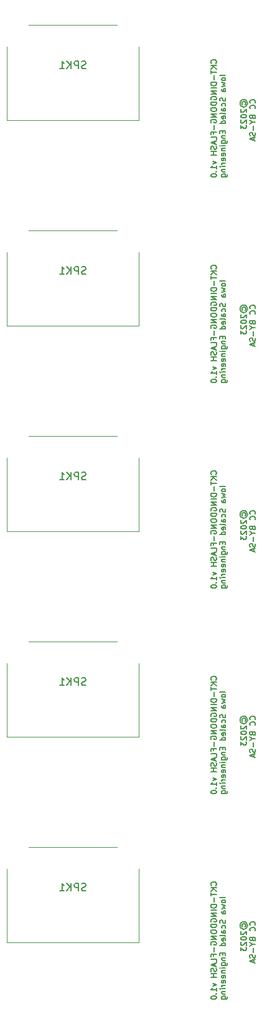
<source format=gbo>
G04 #@! TF.GenerationSoftware,KiCad,Pcbnew,6.0.2+dfsg-1*
G04 #@! TF.CreationDate,2023-11-02T10:53:08-06:00*
G04 #@! TF.ProjectId,ckt-dingdong-flash-array,636b742d-6469-46e6-9764-6f6e672d666c,rev?*
G04 #@! TF.SameCoordinates,Original*
G04 #@! TF.FileFunction,Legend,Bot*
G04 #@! TF.FilePolarity,Positive*
%FSLAX46Y46*%
G04 Gerber Fmt 4.6, Leading zero omitted, Abs format (unit mm)*
G04 Created by KiCad (PCBNEW 6.0.2+dfsg-1) date 2023-11-02 10:53:08*
%MOMM*%
%LPD*%
G01*
G04 APERTURE LIST*
%ADD10C,0.127000*%
%ADD11C,0.150000*%
%ADD12C,0.120000*%
G04 APERTURE END LIST*
D10*
X158445732Y-92380021D02*
X158482018Y-92343735D01*
X158518304Y-92234878D01*
X158518304Y-92162307D01*
X158482018Y-92053450D01*
X158409447Y-91980878D01*
X158336875Y-91944592D01*
X158191732Y-91908307D01*
X158082875Y-91908307D01*
X157937732Y-91944592D01*
X157865161Y-91980878D01*
X157792590Y-92053450D01*
X157756304Y-92162307D01*
X157756304Y-92234878D01*
X157792590Y-92343735D01*
X157828875Y-92380021D01*
X158518304Y-92706592D02*
X157756304Y-92706592D01*
X158518304Y-93142021D02*
X158082875Y-92815450D01*
X157756304Y-93142021D02*
X158191732Y-92706592D01*
X157756304Y-93359735D02*
X157756304Y-93795164D01*
X158518304Y-93577450D02*
X157756304Y-93577450D01*
X158228018Y-94049164D02*
X158228018Y-94629735D01*
X158518304Y-94992592D02*
X157756304Y-94992592D01*
X157756304Y-95174021D01*
X157792590Y-95282878D01*
X157865161Y-95355450D01*
X157937732Y-95391735D01*
X158082875Y-95428021D01*
X158191732Y-95428021D01*
X158336875Y-95391735D01*
X158409447Y-95355450D01*
X158482018Y-95282878D01*
X158518304Y-95174021D01*
X158518304Y-94992592D01*
X158518304Y-95754592D02*
X157756304Y-95754592D01*
X158518304Y-96117450D02*
X157756304Y-96117450D01*
X158518304Y-96552878D01*
X157756304Y-96552878D01*
X157792590Y-97314878D02*
X157756304Y-97242307D01*
X157756304Y-97133450D01*
X157792590Y-97024592D01*
X157865161Y-96952021D01*
X157937732Y-96915735D01*
X158082875Y-96879450D01*
X158191732Y-96879450D01*
X158336875Y-96915735D01*
X158409447Y-96952021D01*
X158482018Y-97024592D01*
X158518304Y-97133450D01*
X158518304Y-97206021D01*
X158482018Y-97314878D01*
X158445732Y-97351164D01*
X158191732Y-97351164D01*
X158191732Y-97206021D01*
X158518304Y-97677735D02*
X157756304Y-97677735D01*
X157756304Y-97859164D01*
X157792590Y-97968021D01*
X157865161Y-98040592D01*
X157937732Y-98076878D01*
X158082875Y-98113164D01*
X158191732Y-98113164D01*
X158336875Y-98076878D01*
X158409447Y-98040592D01*
X158482018Y-97968021D01*
X158518304Y-97859164D01*
X158518304Y-97677735D01*
X157756304Y-98584878D02*
X157756304Y-98730021D01*
X157792590Y-98802592D01*
X157865161Y-98875164D01*
X158010304Y-98911450D01*
X158264304Y-98911450D01*
X158409447Y-98875164D01*
X158482018Y-98802592D01*
X158518304Y-98730021D01*
X158518304Y-98584878D01*
X158482018Y-98512307D01*
X158409447Y-98439735D01*
X158264304Y-98403450D01*
X158010304Y-98403450D01*
X157865161Y-98439735D01*
X157792590Y-98512307D01*
X157756304Y-98584878D01*
X158518304Y-99238021D02*
X157756304Y-99238021D01*
X158518304Y-99673450D01*
X157756304Y-99673450D01*
X157792590Y-100435450D02*
X157756304Y-100362878D01*
X157756304Y-100254021D01*
X157792590Y-100145164D01*
X157865161Y-100072592D01*
X157937732Y-100036307D01*
X158082875Y-100000021D01*
X158191732Y-100000021D01*
X158336875Y-100036307D01*
X158409447Y-100072592D01*
X158482018Y-100145164D01*
X158518304Y-100254021D01*
X158518304Y-100326592D01*
X158482018Y-100435450D01*
X158445732Y-100471735D01*
X158191732Y-100471735D01*
X158191732Y-100326592D01*
X158228018Y-100798307D02*
X158228018Y-101378878D01*
X158119161Y-101995735D02*
X158119161Y-101741735D01*
X158518304Y-101741735D02*
X157756304Y-101741735D01*
X157756304Y-102104592D01*
X158518304Y-102757735D02*
X158518304Y-102394878D01*
X157756304Y-102394878D01*
X158300590Y-102975450D02*
X158300590Y-103338307D01*
X158518304Y-102902878D02*
X157756304Y-103156878D01*
X158518304Y-103410878D01*
X158482018Y-103628592D02*
X158518304Y-103737450D01*
X158518304Y-103918878D01*
X158482018Y-103991450D01*
X158445732Y-104027735D01*
X158373161Y-104064021D01*
X158300590Y-104064021D01*
X158228018Y-104027735D01*
X158191732Y-103991450D01*
X158155447Y-103918878D01*
X158119161Y-103773735D01*
X158082875Y-103701164D01*
X158046590Y-103664878D01*
X157974018Y-103628592D01*
X157901447Y-103628592D01*
X157828875Y-103664878D01*
X157792590Y-103701164D01*
X157756304Y-103773735D01*
X157756304Y-103955164D01*
X157792590Y-104064021D01*
X158518304Y-104390592D02*
X157756304Y-104390592D01*
X158119161Y-104390592D02*
X158119161Y-104826021D01*
X158518304Y-104826021D02*
X157756304Y-104826021D01*
X158010304Y-105696878D02*
X158518304Y-105878307D01*
X158010304Y-106059735D01*
X158518304Y-106749164D02*
X158518304Y-106313735D01*
X158518304Y-106531450D02*
X157756304Y-106531450D01*
X157865161Y-106458878D01*
X157937732Y-106386307D01*
X157974018Y-106313735D01*
X158445732Y-107075735D02*
X158482018Y-107112021D01*
X158518304Y-107075735D01*
X158482018Y-107039450D01*
X158445732Y-107075735D01*
X158518304Y-107075735D01*
X157756304Y-107583735D02*
X157756304Y-107656307D01*
X157792590Y-107728878D01*
X157828875Y-107765164D01*
X157901447Y-107801450D01*
X158046590Y-107837735D01*
X158228018Y-107837735D01*
X158373161Y-107801450D01*
X158445732Y-107765164D01*
X158482018Y-107728878D01*
X158518304Y-107656307D01*
X158518304Y-107583735D01*
X158482018Y-107511164D01*
X158445732Y-107474878D01*
X158373161Y-107438592D01*
X158228018Y-107402307D01*
X158046590Y-107402307D01*
X157901447Y-107438592D01*
X157828875Y-107474878D01*
X157792590Y-107511164D01*
X157756304Y-107583735D01*
X159745124Y-94012878D02*
X158983124Y-94012878D01*
X159745124Y-94484592D02*
X159708838Y-94412021D01*
X159672552Y-94375735D01*
X159599981Y-94339450D01*
X159382267Y-94339450D01*
X159309695Y-94375735D01*
X159273410Y-94412021D01*
X159237124Y-94484592D01*
X159237124Y-94593450D01*
X159273410Y-94666021D01*
X159309695Y-94702307D01*
X159382267Y-94738592D01*
X159599981Y-94738592D01*
X159672552Y-94702307D01*
X159708838Y-94666021D01*
X159745124Y-94593450D01*
X159745124Y-94484592D01*
X159237124Y-94992592D02*
X159745124Y-95137735D01*
X159382267Y-95282878D01*
X159745124Y-95428021D01*
X159237124Y-95573164D01*
X159745124Y-96190021D02*
X159345981Y-96190021D01*
X159273410Y-96153735D01*
X159237124Y-96081164D01*
X159237124Y-95936021D01*
X159273410Y-95863450D01*
X159708838Y-96190021D02*
X159745124Y-96117450D01*
X159745124Y-95936021D01*
X159708838Y-95863450D01*
X159636267Y-95827164D01*
X159563695Y-95827164D01*
X159491124Y-95863450D01*
X159454838Y-95936021D01*
X159454838Y-96117450D01*
X159418552Y-96190021D01*
X159708838Y-97097164D02*
X159745124Y-97206021D01*
X159745124Y-97387450D01*
X159708838Y-97460021D01*
X159672552Y-97496307D01*
X159599981Y-97532592D01*
X159527410Y-97532592D01*
X159454838Y-97496307D01*
X159418552Y-97460021D01*
X159382267Y-97387450D01*
X159345981Y-97242307D01*
X159309695Y-97169735D01*
X159273410Y-97133450D01*
X159200838Y-97097164D01*
X159128267Y-97097164D01*
X159055695Y-97133450D01*
X159019410Y-97169735D01*
X158983124Y-97242307D01*
X158983124Y-97423735D01*
X159019410Y-97532592D01*
X159708838Y-98185735D02*
X159745124Y-98113164D01*
X159745124Y-97968021D01*
X159708838Y-97895450D01*
X159672552Y-97859164D01*
X159599981Y-97822878D01*
X159382267Y-97822878D01*
X159309695Y-97859164D01*
X159273410Y-97895450D01*
X159237124Y-97968021D01*
X159237124Y-98113164D01*
X159273410Y-98185735D01*
X159745124Y-98838878D02*
X159345981Y-98838878D01*
X159273410Y-98802592D01*
X159237124Y-98730021D01*
X159237124Y-98584878D01*
X159273410Y-98512307D01*
X159708838Y-98838878D02*
X159745124Y-98766307D01*
X159745124Y-98584878D01*
X159708838Y-98512307D01*
X159636267Y-98476021D01*
X159563695Y-98476021D01*
X159491124Y-98512307D01*
X159454838Y-98584878D01*
X159454838Y-98766307D01*
X159418552Y-98838878D01*
X159745124Y-99310592D02*
X159708838Y-99238021D01*
X159636267Y-99201735D01*
X158983124Y-99201735D01*
X159708838Y-99891164D02*
X159745124Y-99818592D01*
X159745124Y-99673450D01*
X159708838Y-99600878D01*
X159636267Y-99564592D01*
X159345981Y-99564592D01*
X159273410Y-99600878D01*
X159237124Y-99673450D01*
X159237124Y-99818592D01*
X159273410Y-99891164D01*
X159345981Y-99927450D01*
X159418552Y-99927450D01*
X159491124Y-99564592D01*
X159745124Y-100580592D02*
X158983124Y-100580592D01*
X159708838Y-100580592D02*
X159745124Y-100508021D01*
X159745124Y-100362878D01*
X159708838Y-100290307D01*
X159672552Y-100254021D01*
X159599981Y-100217735D01*
X159382267Y-100217735D01*
X159309695Y-100254021D01*
X159273410Y-100290307D01*
X159237124Y-100362878D01*
X159237124Y-100508021D01*
X159273410Y-100580592D01*
X159345981Y-101524021D02*
X159345981Y-101778021D01*
X159745124Y-101886878D02*
X159745124Y-101524021D01*
X158983124Y-101524021D01*
X158983124Y-101886878D01*
X159237124Y-102213450D02*
X159745124Y-102213450D01*
X159309695Y-102213450D02*
X159273410Y-102249735D01*
X159237124Y-102322307D01*
X159237124Y-102431164D01*
X159273410Y-102503735D01*
X159345981Y-102540021D01*
X159745124Y-102540021D01*
X159237124Y-103229450D02*
X159853981Y-103229450D01*
X159926552Y-103193164D01*
X159962838Y-103156878D01*
X159999124Y-103084307D01*
X159999124Y-102975450D01*
X159962838Y-102902878D01*
X159708838Y-103229450D02*
X159745124Y-103156878D01*
X159745124Y-103011735D01*
X159708838Y-102939164D01*
X159672552Y-102902878D01*
X159599981Y-102866592D01*
X159382267Y-102866592D01*
X159309695Y-102902878D01*
X159273410Y-102939164D01*
X159237124Y-103011735D01*
X159237124Y-103156878D01*
X159273410Y-103229450D01*
X159745124Y-103592307D02*
X159237124Y-103592307D01*
X158983124Y-103592307D02*
X159019410Y-103556021D01*
X159055695Y-103592307D01*
X159019410Y-103628592D01*
X158983124Y-103592307D01*
X159055695Y-103592307D01*
X159237124Y-103955164D02*
X159745124Y-103955164D01*
X159309695Y-103955164D02*
X159273410Y-103991450D01*
X159237124Y-104064021D01*
X159237124Y-104172878D01*
X159273410Y-104245450D01*
X159345981Y-104281735D01*
X159745124Y-104281735D01*
X159708838Y-104934878D02*
X159745124Y-104862307D01*
X159745124Y-104717164D01*
X159708838Y-104644592D01*
X159636267Y-104608307D01*
X159345981Y-104608307D01*
X159273410Y-104644592D01*
X159237124Y-104717164D01*
X159237124Y-104862307D01*
X159273410Y-104934878D01*
X159345981Y-104971164D01*
X159418552Y-104971164D01*
X159491124Y-104608307D01*
X159708838Y-105588021D02*
X159745124Y-105515450D01*
X159745124Y-105370307D01*
X159708838Y-105297735D01*
X159636267Y-105261450D01*
X159345981Y-105261450D01*
X159273410Y-105297735D01*
X159237124Y-105370307D01*
X159237124Y-105515450D01*
X159273410Y-105588021D01*
X159345981Y-105624307D01*
X159418552Y-105624307D01*
X159491124Y-105261450D01*
X159745124Y-105950878D02*
X159237124Y-105950878D01*
X159382267Y-105950878D02*
X159309695Y-105987164D01*
X159273410Y-106023450D01*
X159237124Y-106096021D01*
X159237124Y-106168592D01*
X159745124Y-106422592D02*
X159237124Y-106422592D01*
X158983124Y-106422592D02*
X159019410Y-106386307D01*
X159055695Y-106422592D01*
X159019410Y-106458878D01*
X158983124Y-106422592D01*
X159055695Y-106422592D01*
X159237124Y-106785450D02*
X159745124Y-106785450D01*
X159309695Y-106785450D02*
X159273410Y-106821735D01*
X159237124Y-106894307D01*
X159237124Y-107003164D01*
X159273410Y-107075735D01*
X159345981Y-107112021D01*
X159745124Y-107112021D01*
X159237124Y-107801450D02*
X159853981Y-107801450D01*
X159926552Y-107765164D01*
X159962838Y-107728878D01*
X159999124Y-107656307D01*
X159999124Y-107547450D01*
X159962838Y-107474878D01*
X159708838Y-107801450D02*
X159745124Y-107728878D01*
X159745124Y-107583735D01*
X159708838Y-107511164D01*
X159672552Y-107474878D01*
X159599981Y-107438592D01*
X159382267Y-107438592D01*
X159309695Y-107474878D01*
X159273410Y-107511164D01*
X159237124Y-107583735D01*
X159237124Y-107728878D01*
X159273410Y-107801450D01*
X162001732Y-42089835D02*
X161965447Y-42017264D01*
X161965447Y-41872121D01*
X162001732Y-41799550D01*
X162074304Y-41726978D01*
X162146875Y-41690692D01*
X162292018Y-41690692D01*
X162364590Y-41726978D01*
X162437161Y-41799550D01*
X162473447Y-41872121D01*
X162473447Y-42017264D01*
X162437161Y-42089835D01*
X161711447Y-41944692D02*
X161747732Y-41763264D01*
X161856590Y-41581835D01*
X162038018Y-41472978D01*
X162219447Y-41436692D01*
X162400875Y-41472978D01*
X162582304Y-41581835D01*
X162691161Y-41763264D01*
X162727447Y-41944692D01*
X162691161Y-42126121D01*
X162582304Y-42307550D01*
X162400875Y-42416407D01*
X162219447Y-42452692D01*
X162038018Y-42416407D01*
X161856590Y-42307550D01*
X161747732Y-42126121D01*
X161711447Y-41944692D01*
X161892875Y-42742978D02*
X161856590Y-42779264D01*
X161820304Y-42851835D01*
X161820304Y-43033264D01*
X161856590Y-43105835D01*
X161892875Y-43142121D01*
X161965447Y-43178407D01*
X162038018Y-43178407D01*
X162146875Y-43142121D01*
X162582304Y-42706692D01*
X162582304Y-43178407D01*
X161820304Y-43650121D02*
X161820304Y-43722692D01*
X161856590Y-43795264D01*
X161892875Y-43831550D01*
X161965447Y-43867835D01*
X162110590Y-43904121D01*
X162292018Y-43904121D01*
X162437161Y-43867835D01*
X162509732Y-43831550D01*
X162546018Y-43795264D01*
X162582304Y-43722692D01*
X162582304Y-43650121D01*
X162546018Y-43577550D01*
X162509732Y-43541264D01*
X162437161Y-43504978D01*
X162292018Y-43468692D01*
X162110590Y-43468692D01*
X161965447Y-43504978D01*
X161892875Y-43541264D01*
X161856590Y-43577550D01*
X161820304Y-43650121D01*
X161892875Y-44194407D02*
X161856590Y-44230692D01*
X161820304Y-44303264D01*
X161820304Y-44484692D01*
X161856590Y-44557264D01*
X161892875Y-44593550D01*
X161965447Y-44629835D01*
X162038018Y-44629835D01*
X162146875Y-44593550D01*
X162582304Y-44158121D01*
X162582304Y-44629835D01*
X161820304Y-44883835D02*
X161820304Y-45355550D01*
X162110590Y-45101550D01*
X162110590Y-45210407D01*
X162146875Y-45282978D01*
X162183161Y-45319264D01*
X162255732Y-45355550D01*
X162437161Y-45355550D01*
X162509732Y-45319264D01*
X162546018Y-45282978D01*
X162582304Y-45210407D01*
X162582304Y-44992692D01*
X162546018Y-44920121D01*
X162509732Y-44883835D01*
X163736552Y-41908407D02*
X163772838Y-41872121D01*
X163809124Y-41763264D01*
X163809124Y-41690692D01*
X163772838Y-41581835D01*
X163700267Y-41509264D01*
X163627695Y-41472978D01*
X163482552Y-41436692D01*
X163373695Y-41436692D01*
X163228552Y-41472978D01*
X163155981Y-41509264D01*
X163083410Y-41581835D01*
X163047124Y-41690692D01*
X163047124Y-41763264D01*
X163083410Y-41872121D01*
X163119695Y-41908407D01*
X163736552Y-42670407D02*
X163772838Y-42634121D01*
X163809124Y-42525264D01*
X163809124Y-42452692D01*
X163772838Y-42343835D01*
X163700267Y-42271264D01*
X163627695Y-42234978D01*
X163482552Y-42198692D01*
X163373695Y-42198692D01*
X163228552Y-42234978D01*
X163155981Y-42271264D01*
X163083410Y-42343835D01*
X163047124Y-42452692D01*
X163047124Y-42525264D01*
X163083410Y-42634121D01*
X163119695Y-42670407D01*
X163409981Y-43831550D02*
X163446267Y-43940407D01*
X163482552Y-43976692D01*
X163555124Y-44012978D01*
X163663981Y-44012978D01*
X163736552Y-43976692D01*
X163772838Y-43940407D01*
X163809124Y-43867835D01*
X163809124Y-43577550D01*
X163047124Y-43577550D01*
X163047124Y-43831550D01*
X163083410Y-43904121D01*
X163119695Y-43940407D01*
X163192267Y-43976692D01*
X163264838Y-43976692D01*
X163337410Y-43940407D01*
X163373695Y-43904121D01*
X163409981Y-43831550D01*
X163409981Y-43577550D01*
X163446267Y-44484692D02*
X163809124Y-44484692D01*
X163047124Y-44230692D02*
X163446267Y-44484692D01*
X163047124Y-44738692D01*
X163518838Y-44992692D02*
X163518838Y-45573264D01*
X163772838Y-45899835D02*
X163809124Y-46008692D01*
X163809124Y-46190121D01*
X163772838Y-46262692D01*
X163736552Y-46298978D01*
X163663981Y-46335264D01*
X163591410Y-46335264D01*
X163518838Y-46298978D01*
X163482552Y-46262692D01*
X163446267Y-46190121D01*
X163409981Y-46044978D01*
X163373695Y-45972407D01*
X163337410Y-45936121D01*
X163264838Y-45899835D01*
X163192267Y-45899835D01*
X163119695Y-45936121D01*
X163083410Y-45972407D01*
X163047124Y-46044978D01*
X163047124Y-46226407D01*
X163083410Y-46335264D01*
X163591410Y-46625550D02*
X163591410Y-46988407D01*
X163809124Y-46552978D02*
X163047124Y-46806978D01*
X163809124Y-47060978D01*
X158445732Y-64440021D02*
X158482018Y-64403735D01*
X158518304Y-64294878D01*
X158518304Y-64222307D01*
X158482018Y-64113450D01*
X158409447Y-64040878D01*
X158336875Y-64004592D01*
X158191732Y-63968307D01*
X158082875Y-63968307D01*
X157937732Y-64004592D01*
X157865161Y-64040878D01*
X157792590Y-64113450D01*
X157756304Y-64222307D01*
X157756304Y-64294878D01*
X157792590Y-64403735D01*
X157828875Y-64440021D01*
X158518304Y-64766592D02*
X157756304Y-64766592D01*
X158518304Y-65202021D02*
X158082875Y-64875450D01*
X157756304Y-65202021D02*
X158191732Y-64766592D01*
X157756304Y-65419735D02*
X157756304Y-65855164D01*
X158518304Y-65637450D02*
X157756304Y-65637450D01*
X158228018Y-66109164D02*
X158228018Y-66689735D01*
X158518304Y-67052592D02*
X157756304Y-67052592D01*
X157756304Y-67234021D01*
X157792590Y-67342878D01*
X157865161Y-67415450D01*
X157937732Y-67451735D01*
X158082875Y-67488021D01*
X158191732Y-67488021D01*
X158336875Y-67451735D01*
X158409447Y-67415450D01*
X158482018Y-67342878D01*
X158518304Y-67234021D01*
X158518304Y-67052592D01*
X158518304Y-67814592D02*
X157756304Y-67814592D01*
X158518304Y-68177450D02*
X157756304Y-68177450D01*
X158518304Y-68612878D01*
X157756304Y-68612878D01*
X157792590Y-69374878D02*
X157756304Y-69302307D01*
X157756304Y-69193450D01*
X157792590Y-69084592D01*
X157865161Y-69012021D01*
X157937732Y-68975735D01*
X158082875Y-68939450D01*
X158191732Y-68939450D01*
X158336875Y-68975735D01*
X158409447Y-69012021D01*
X158482018Y-69084592D01*
X158518304Y-69193450D01*
X158518304Y-69266021D01*
X158482018Y-69374878D01*
X158445732Y-69411164D01*
X158191732Y-69411164D01*
X158191732Y-69266021D01*
X158518304Y-69737735D02*
X157756304Y-69737735D01*
X157756304Y-69919164D01*
X157792590Y-70028021D01*
X157865161Y-70100592D01*
X157937732Y-70136878D01*
X158082875Y-70173164D01*
X158191732Y-70173164D01*
X158336875Y-70136878D01*
X158409447Y-70100592D01*
X158482018Y-70028021D01*
X158518304Y-69919164D01*
X158518304Y-69737735D01*
X157756304Y-70644878D02*
X157756304Y-70790021D01*
X157792590Y-70862592D01*
X157865161Y-70935164D01*
X158010304Y-70971450D01*
X158264304Y-70971450D01*
X158409447Y-70935164D01*
X158482018Y-70862592D01*
X158518304Y-70790021D01*
X158518304Y-70644878D01*
X158482018Y-70572307D01*
X158409447Y-70499735D01*
X158264304Y-70463450D01*
X158010304Y-70463450D01*
X157865161Y-70499735D01*
X157792590Y-70572307D01*
X157756304Y-70644878D01*
X158518304Y-71298021D02*
X157756304Y-71298021D01*
X158518304Y-71733450D01*
X157756304Y-71733450D01*
X157792590Y-72495450D02*
X157756304Y-72422878D01*
X157756304Y-72314021D01*
X157792590Y-72205164D01*
X157865161Y-72132592D01*
X157937732Y-72096307D01*
X158082875Y-72060021D01*
X158191732Y-72060021D01*
X158336875Y-72096307D01*
X158409447Y-72132592D01*
X158482018Y-72205164D01*
X158518304Y-72314021D01*
X158518304Y-72386592D01*
X158482018Y-72495450D01*
X158445732Y-72531735D01*
X158191732Y-72531735D01*
X158191732Y-72386592D01*
X158228018Y-72858307D02*
X158228018Y-73438878D01*
X158119161Y-74055735D02*
X158119161Y-73801735D01*
X158518304Y-73801735D02*
X157756304Y-73801735D01*
X157756304Y-74164592D01*
X158518304Y-74817735D02*
X158518304Y-74454878D01*
X157756304Y-74454878D01*
X158300590Y-75035450D02*
X158300590Y-75398307D01*
X158518304Y-74962878D02*
X157756304Y-75216878D01*
X158518304Y-75470878D01*
X158482018Y-75688592D02*
X158518304Y-75797450D01*
X158518304Y-75978878D01*
X158482018Y-76051450D01*
X158445732Y-76087735D01*
X158373161Y-76124021D01*
X158300590Y-76124021D01*
X158228018Y-76087735D01*
X158191732Y-76051450D01*
X158155447Y-75978878D01*
X158119161Y-75833735D01*
X158082875Y-75761164D01*
X158046590Y-75724878D01*
X157974018Y-75688592D01*
X157901447Y-75688592D01*
X157828875Y-75724878D01*
X157792590Y-75761164D01*
X157756304Y-75833735D01*
X157756304Y-76015164D01*
X157792590Y-76124021D01*
X158518304Y-76450592D02*
X157756304Y-76450592D01*
X158119161Y-76450592D02*
X158119161Y-76886021D01*
X158518304Y-76886021D02*
X157756304Y-76886021D01*
X158010304Y-77756878D02*
X158518304Y-77938307D01*
X158010304Y-78119735D01*
X158518304Y-78809164D02*
X158518304Y-78373735D01*
X158518304Y-78591450D02*
X157756304Y-78591450D01*
X157865161Y-78518878D01*
X157937732Y-78446307D01*
X157974018Y-78373735D01*
X158445732Y-79135735D02*
X158482018Y-79172021D01*
X158518304Y-79135735D01*
X158482018Y-79099450D01*
X158445732Y-79135735D01*
X158518304Y-79135735D01*
X157756304Y-79643735D02*
X157756304Y-79716307D01*
X157792590Y-79788878D01*
X157828875Y-79825164D01*
X157901447Y-79861450D01*
X158046590Y-79897735D01*
X158228018Y-79897735D01*
X158373161Y-79861450D01*
X158445732Y-79825164D01*
X158482018Y-79788878D01*
X158518304Y-79716307D01*
X158518304Y-79643735D01*
X158482018Y-79571164D01*
X158445732Y-79534878D01*
X158373161Y-79498592D01*
X158228018Y-79462307D01*
X158046590Y-79462307D01*
X157901447Y-79498592D01*
X157828875Y-79534878D01*
X157792590Y-79571164D01*
X157756304Y-79643735D01*
X159745124Y-66072878D02*
X158983124Y-66072878D01*
X159745124Y-66544592D02*
X159708838Y-66472021D01*
X159672552Y-66435735D01*
X159599981Y-66399450D01*
X159382267Y-66399450D01*
X159309695Y-66435735D01*
X159273410Y-66472021D01*
X159237124Y-66544592D01*
X159237124Y-66653450D01*
X159273410Y-66726021D01*
X159309695Y-66762307D01*
X159382267Y-66798592D01*
X159599981Y-66798592D01*
X159672552Y-66762307D01*
X159708838Y-66726021D01*
X159745124Y-66653450D01*
X159745124Y-66544592D01*
X159237124Y-67052592D02*
X159745124Y-67197735D01*
X159382267Y-67342878D01*
X159745124Y-67488021D01*
X159237124Y-67633164D01*
X159745124Y-68250021D02*
X159345981Y-68250021D01*
X159273410Y-68213735D01*
X159237124Y-68141164D01*
X159237124Y-67996021D01*
X159273410Y-67923450D01*
X159708838Y-68250021D02*
X159745124Y-68177450D01*
X159745124Y-67996021D01*
X159708838Y-67923450D01*
X159636267Y-67887164D01*
X159563695Y-67887164D01*
X159491124Y-67923450D01*
X159454838Y-67996021D01*
X159454838Y-68177450D01*
X159418552Y-68250021D01*
X159708838Y-69157164D02*
X159745124Y-69266021D01*
X159745124Y-69447450D01*
X159708838Y-69520021D01*
X159672552Y-69556307D01*
X159599981Y-69592592D01*
X159527410Y-69592592D01*
X159454838Y-69556307D01*
X159418552Y-69520021D01*
X159382267Y-69447450D01*
X159345981Y-69302307D01*
X159309695Y-69229735D01*
X159273410Y-69193450D01*
X159200838Y-69157164D01*
X159128267Y-69157164D01*
X159055695Y-69193450D01*
X159019410Y-69229735D01*
X158983124Y-69302307D01*
X158983124Y-69483735D01*
X159019410Y-69592592D01*
X159708838Y-70245735D02*
X159745124Y-70173164D01*
X159745124Y-70028021D01*
X159708838Y-69955450D01*
X159672552Y-69919164D01*
X159599981Y-69882878D01*
X159382267Y-69882878D01*
X159309695Y-69919164D01*
X159273410Y-69955450D01*
X159237124Y-70028021D01*
X159237124Y-70173164D01*
X159273410Y-70245735D01*
X159745124Y-70898878D02*
X159345981Y-70898878D01*
X159273410Y-70862592D01*
X159237124Y-70790021D01*
X159237124Y-70644878D01*
X159273410Y-70572307D01*
X159708838Y-70898878D02*
X159745124Y-70826307D01*
X159745124Y-70644878D01*
X159708838Y-70572307D01*
X159636267Y-70536021D01*
X159563695Y-70536021D01*
X159491124Y-70572307D01*
X159454838Y-70644878D01*
X159454838Y-70826307D01*
X159418552Y-70898878D01*
X159745124Y-71370592D02*
X159708838Y-71298021D01*
X159636267Y-71261735D01*
X158983124Y-71261735D01*
X159708838Y-71951164D02*
X159745124Y-71878592D01*
X159745124Y-71733450D01*
X159708838Y-71660878D01*
X159636267Y-71624592D01*
X159345981Y-71624592D01*
X159273410Y-71660878D01*
X159237124Y-71733450D01*
X159237124Y-71878592D01*
X159273410Y-71951164D01*
X159345981Y-71987450D01*
X159418552Y-71987450D01*
X159491124Y-71624592D01*
X159745124Y-72640592D02*
X158983124Y-72640592D01*
X159708838Y-72640592D02*
X159745124Y-72568021D01*
X159745124Y-72422878D01*
X159708838Y-72350307D01*
X159672552Y-72314021D01*
X159599981Y-72277735D01*
X159382267Y-72277735D01*
X159309695Y-72314021D01*
X159273410Y-72350307D01*
X159237124Y-72422878D01*
X159237124Y-72568021D01*
X159273410Y-72640592D01*
X159345981Y-73584021D02*
X159345981Y-73838021D01*
X159745124Y-73946878D02*
X159745124Y-73584021D01*
X158983124Y-73584021D01*
X158983124Y-73946878D01*
X159237124Y-74273450D02*
X159745124Y-74273450D01*
X159309695Y-74273450D02*
X159273410Y-74309735D01*
X159237124Y-74382307D01*
X159237124Y-74491164D01*
X159273410Y-74563735D01*
X159345981Y-74600021D01*
X159745124Y-74600021D01*
X159237124Y-75289450D02*
X159853981Y-75289450D01*
X159926552Y-75253164D01*
X159962838Y-75216878D01*
X159999124Y-75144307D01*
X159999124Y-75035450D01*
X159962838Y-74962878D01*
X159708838Y-75289450D02*
X159745124Y-75216878D01*
X159745124Y-75071735D01*
X159708838Y-74999164D01*
X159672552Y-74962878D01*
X159599981Y-74926592D01*
X159382267Y-74926592D01*
X159309695Y-74962878D01*
X159273410Y-74999164D01*
X159237124Y-75071735D01*
X159237124Y-75216878D01*
X159273410Y-75289450D01*
X159745124Y-75652307D02*
X159237124Y-75652307D01*
X158983124Y-75652307D02*
X159019410Y-75616021D01*
X159055695Y-75652307D01*
X159019410Y-75688592D01*
X158983124Y-75652307D01*
X159055695Y-75652307D01*
X159237124Y-76015164D02*
X159745124Y-76015164D01*
X159309695Y-76015164D02*
X159273410Y-76051450D01*
X159237124Y-76124021D01*
X159237124Y-76232878D01*
X159273410Y-76305450D01*
X159345981Y-76341735D01*
X159745124Y-76341735D01*
X159708838Y-76994878D02*
X159745124Y-76922307D01*
X159745124Y-76777164D01*
X159708838Y-76704592D01*
X159636267Y-76668307D01*
X159345981Y-76668307D01*
X159273410Y-76704592D01*
X159237124Y-76777164D01*
X159237124Y-76922307D01*
X159273410Y-76994878D01*
X159345981Y-77031164D01*
X159418552Y-77031164D01*
X159491124Y-76668307D01*
X159708838Y-77648021D02*
X159745124Y-77575450D01*
X159745124Y-77430307D01*
X159708838Y-77357735D01*
X159636267Y-77321450D01*
X159345981Y-77321450D01*
X159273410Y-77357735D01*
X159237124Y-77430307D01*
X159237124Y-77575450D01*
X159273410Y-77648021D01*
X159345981Y-77684307D01*
X159418552Y-77684307D01*
X159491124Y-77321450D01*
X159745124Y-78010878D02*
X159237124Y-78010878D01*
X159382267Y-78010878D02*
X159309695Y-78047164D01*
X159273410Y-78083450D01*
X159237124Y-78156021D01*
X159237124Y-78228592D01*
X159745124Y-78482592D02*
X159237124Y-78482592D01*
X158983124Y-78482592D02*
X159019410Y-78446307D01*
X159055695Y-78482592D01*
X159019410Y-78518878D01*
X158983124Y-78482592D01*
X159055695Y-78482592D01*
X159237124Y-78845450D02*
X159745124Y-78845450D01*
X159309695Y-78845450D02*
X159273410Y-78881735D01*
X159237124Y-78954307D01*
X159237124Y-79063164D01*
X159273410Y-79135735D01*
X159345981Y-79172021D01*
X159745124Y-79172021D01*
X159237124Y-79861450D02*
X159853981Y-79861450D01*
X159926552Y-79825164D01*
X159962838Y-79788878D01*
X159999124Y-79716307D01*
X159999124Y-79607450D01*
X159962838Y-79534878D01*
X159708838Y-79861450D02*
X159745124Y-79788878D01*
X159745124Y-79643735D01*
X159708838Y-79571164D01*
X159672552Y-79534878D01*
X159599981Y-79498592D01*
X159382267Y-79498592D01*
X159309695Y-79534878D01*
X159273410Y-79571164D01*
X159237124Y-79643735D01*
X159237124Y-79788878D01*
X159273410Y-79861450D01*
X162001732Y-97969835D02*
X161965447Y-97897264D01*
X161965447Y-97752121D01*
X162001732Y-97679550D01*
X162074304Y-97606978D01*
X162146875Y-97570692D01*
X162292018Y-97570692D01*
X162364590Y-97606978D01*
X162437161Y-97679550D01*
X162473447Y-97752121D01*
X162473447Y-97897264D01*
X162437161Y-97969835D01*
X161711447Y-97824692D02*
X161747732Y-97643264D01*
X161856590Y-97461835D01*
X162038018Y-97352978D01*
X162219447Y-97316692D01*
X162400875Y-97352978D01*
X162582304Y-97461835D01*
X162691161Y-97643264D01*
X162727447Y-97824692D01*
X162691161Y-98006121D01*
X162582304Y-98187550D01*
X162400875Y-98296407D01*
X162219447Y-98332692D01*
X162038018Y-98296407D01*
X161856590Y-98187550D01*
X161747732Y-98006121D01*
X161711447Y-97824692D01*
X161892875Y-98622978D02*
X161856590Y-98659264D01*
X161820304Y-98731835D01*
X161820304Y-98913264D01*
X161856590Y-98985835D01*
X161892875Y-99022121D01*
X161965447Y-99058407D01*
X162038018Y-99058407D01*
X162146875Y-99022121D01*
X162582304Y-98586692D01*
X162582304Y-99058407D01*
X161820304Y-99530121D02*
X161820304Y-99602692D01*
X161856590Y-99675264D01*
X161892875Y-99711550D01*
X161965447Y-99747835D01*
X162110590Y-99784121D01*
X162292018Y-99784121D01*
X162437161Y-99747835D01*
X162509732Y-99711550D01*
X162546018Y-99675264D01*
X162582304Y-99602692D01*
X162582304Y-99530121D01*
X162546018Y-99457550D01*
X162509732Y-99421264D01*
X162437161Y-99384978D01*
X162292018Y-99348692D01*
X162110590Y-99348692D01*
X161965447Y-99384978D01*
X161892875Y-99421264D01*
X161856590Y-99457550D01*
X161820304Y-99530121D01*
X161892875Y-100074407D02*
X161856590Y-100110692D01*
X161820304Y-100183264D01*
X161820304Y-100364692D01*
X161856590Y-100437264D01*
X161892875Y-100473550D01*
X161965447Y-100509835D01*
X162038018Y-100509835D01*
X162146875Y-100473550D01*
X162582304Y-100038121D01*
X162582304Y-100509835D01*
X161820304Y-100763835D02*
X161820304Y-101235550D01*
X162110590Y-100981550D01*
X162110590Y-101090407D01*
X162146875Y-101162978D01*
X162183161Y-101199264D01*
X162255732Y-101235550D01*
X162437161Y-101235550D01*
X162509732Y-101199264D01*
X162546018Y-101162978D01*
X162582304Y-101090407D01*
X162582304Y-100872692D01*
X162546018Y-100800121D01*
X162509732Y-100763835D01*
X163736552Y-97788407D02*
X163772838Y-97752121D01*
X163809124Y-97643264D01*
X163809124Y-97570692D01*
X163772838Y-97461835D01*
X163700267Y-97389264D01*
X163627695Y-97352978D01*
X163482552Y-97316692D01*
X163373695Y-97316692D01*
X163228552Y-97352978D01*
X163155981Y-97389264D01*
X163083410Y-97461835D01*
X163047124Y-97570692D01*
X163047124Y-97643264D01*
X163083410Y-97752121D01*
X163119695Y-97788407D01*
X163736552Y-98550407D02*
X163772838Y-98514121D01*
X163809124Y-98405264D01*
X163809124Y-98332692D01*
X163772838Y-98223835D01*
X163700267Y-98151264D01*
X163627695Y-98114978D01*
X163482552Y-98078692D01*
X163373695Y-98078692D01*
X163228552Y-98114978D01*
X163155981Y-98151264D01*
X163083410Y-98223835D01*
X163047124Y-98332692D01*
X163047124Y-98405264D01*
X163083410Y-98514121D01*
X163119695Y-98550407D01*
X163409981Y-99711550D02*
X163446267Y-99820407D01*
X163482552Y-99856692D01*
X163555124Y-99892978D01*
X163663981Y-99892978D01*
X163736552Y-99856692D01*
X163772838Y-99820407D01*
X163809124Y-99747835D01*
X163809124Y-99457550D01*
X163047124Y-99457550D01*
X163047124Y-99711550D01*
X163083410Y-99784121D01*
X163119695Y-99820407D01*
X163192267Y-99856692D01*
X163264838Y-99856692D01*
X163337410Y-99820407D01*
X163373695Y-99784121D01*
X163409981Y-99711550D01*
X163409981Y-99457550D01*
X163446267Y-100364692D02*
X163809124Y-100364692D01*
X163047124Y-100110692D02*
X163446267Y-100364692D01*
X163047124Y-100618692D01*
X163518838Y-100872692D02*
X163518838Y-101453264D01*
X163772838Y-101779835D02*
X163809124Y-101888692D01*
X163809124Y-102070121D01*
X163772838Y-102142692D01*
X163736552Y-102178978D01*
X163663981Y-102215264D01*
X163591410Y-102215264D01*
X163518838Y-102178978D01*
X163482552Y-102142692D01*
X163446267Y-102070121D01*
X163409981Y-101924978D01*
X163373695Y-101852407D01*
X163337410Y-101816121D01*
X163264838Y-101779835D01*
X163192267Y-101779835D01*
X163119695Y-101816121D01*
X163083410Y-101852407D01*
X163047124Y-101924978D01*
X163047124Y-102106407D01*
X163083410Y-102215264D01*
X163591410Y-102505550D02*
X163591410Y-102868407D01*
X163809124Y-102432978D02*
X163047124Y-102686978D01*
X163809124Y-102940978D01*
X158445732Y-148260021D02*
X158482018Y-148223735D01*
X158518304Y-148114878D01*
X158518304Y-148042307D01*
X158482018Y-147933450D01*
X158409447Y-147860878D01*
X158336875Y-147824592D01*
X158191732Y-147788307D01*
X158082875Y-147788307D01*
X157937732Y-147824592D01*
X157865161Y-147860878D01*
X157792590Y-147933450D01*
X157756304Y-148042307D01*
X157756304Y-148114878D01*
X157792590Y-148223735D01*
X157828875Y-148260021D01*
X158518304Y-148586592D02*
X157756304Y-148586592D01*
X158518304Y-149022021D02*
X158082875Y-148695450D01*
X157756304Y-149022021D02*
X158191732Y-148586592D01*
X157756304Y-149239735D02*
X157756304Y-149675164D01*
X158518304Y-149457450D02*
X157756304Y-149457450D01*
X158228018Y-149929164D02*
X158228018Y-150509735D01*
X158518304Y-150872592D02*
X157756304Y-150872592D01*
X157756304Y-151054021D01*
X157792590Y-151162878D01*
X157865161Y-151235450D01*
X157937732Y-151271735D01*
X158082875Y-151308021D01*
X158191732Y-151308021D01*
X158336875Y-151271735D01*
X158409447Y-151235450D01*
X158482018Y-151162878D01*
X158518304Y-151054021D01*
X158518304Y-150872592D01*
X158518304Y-151634592D02*
X157756304Y-151634592D01*
X158518304Y-151997450D02*
X157756304Y-151997450D01*
X158518304Y-152432878D01*
X157756304Y-152432878D01*
X157792590Y-153194878D02*
X157756304Y-153122307D01*
X157756304Y-153013450D01*
X157792590Y-152904592D01*
X157865161Y-152832021D01*
X157937732Y-152795735D01*
X158082875Y-152759450D01*
X158191732Y-152759450D01*
X158336875Y-152795735D01*
X158409447Y-152832021D01*
X158482018Y-152904592D01*
X158518304Y-153013450D01*
X158518304Y-153086021D01*
X158482018Y-153194878D01*
X158445732Y-153231164D01*
X158191732Y-153231164D01*
X158191732Y-153086021D01*
X158518304Y-153557735D02*
X157756304Y-153557735D01*
X157756304Y-153739164D01*
X157792590Y-153848021D01*
X157865161Y-153920592D01*
X157937732Y-153956878D01*
X158082875Y-153993164D01*
X158191732Y-153993164D01*
X158336875Y-153956878D01*
X158409447Y-153920592D01*
X158482018Y-153848021D01*
X158518304Y-153739164D01*
X158518304Y-153557735D01*
X157756304Y-154464878D02*
X157756304Y-154610021D01*
X157792590Y-154682592D01*
X157865161Y-154755164D01*
X158010304Y-154791450D01*
X158264304Y-154791450D01*
X158409447Y-154755164D01*
X158482018Y-154682592D01*
X158518304Y-154610021D01*
X158518304Y-154464878D01*
X158482018Y-154392307D01*
X158409447Y-154319735D01*
X158264304Y-154283450D01*
X158010304Y-154283450D01*
X157865161Y-154319735D01*
X157792590Y-154392307D01*
X157756304Y-154464878D01*
X158518304Y-155118021D02*
X157756304Y-155118021D01*
X158518304Y-155553450D01*
X157756304Y-155553450D01*
X157792590Y-156315450D02*
X157756304Y-156242878D01*
X157756304Y-156134021D01*
X157792590Y-156025164D01*
X157865161Y-155952592D01*
X157937732Y-155916307D01*
X158082875Y-155880021D01*
X158191732Y-155880021D01*
X158336875Y-155916307D01*
X158409447Y-155952592D01*
X158482018Y-156025164D01*
X158518304Y-156134021D01*
X158518304Y-156206592D01*
X158482018Y-156315450D01*
X158445732Y-156351735D01*
X158191732Y-156351735D01*
X158191732Y-156206592D01*
X158228018Y-156678307D02*
X158228018Y-157258878D01*
X158119161Y-157875735D02*
X158119161Y-157621735D01*
X158518304Y-157621735D02*
X157756304Y-157621735D01*
X157756304Y-157984592D01*
X158518304Y-158637735D02*
X158518304Y-158274878D01*
X157756304Y-158274878D01*
X158300590Y-158855450D02*
X158300590Y-159218307D01*
X158518304Y-158782878D02*
X157756304Y-159036878D01*
X158518304Y-159290878D01*
X158482018Y-159508592D02*
X158518304Y-159617450D01*
X158518304Y-159798878D01*
X158482018Y-159871450D01*
X158445732Y-159907735D01*
X158373161Y-159944021D01*
X158300590Y-159944021D01*
X158228018Y-159907735D01*
X158191732Y-159871450D01*
X158155447Y-159798878D01*
X158119161Y-159653735D01*
X158082875Y-159581164D01*
X158046590Y-159544878D01*
X157974018Y-159508592D01*
X157901447Y-159508592D01*
X157828875Y-159544878D01*
X157792590Y-159581164D01*
X157756304Y-159653735D01*
X157756304Y-159835164D01*
X157792590Y-159944021D01*
X158518304Y-160270592D02*
X157756304Y-160270592D01*
X158119161Y-160270592D02*
X158119161Y-160706021D01*
X158518304Y-160706021D02*
X157756304Y-160706021D01*
X158010304Y-161576878D02*
X158518304Y-161758307D01*
X158010304Y-161939735D01*
X158518304Y-162629164D02*
X158518304Y-162193735D01*
X158518304Y-162411450D02*
X157756304Y-162411450D01*
X157865161Y-162338878D01*
X157937732Y-162266307D01*
X157974018Y-162193735D01*
X158445732Y-162955735D02*
X158482018Y-162992021D01*
X158518304Y-162955735D01*
X158482018Y-162919450D01*
X158445732Y-162955735D01*
X158518304Y-162955735D01*
X157756304Y-163463735D02*
X157756304Y-163536307D01*
X157792590Y-163608878D01*
X157828875Y-163645164D01*
X157901447Y-163681450D01*
X158046590Y-163717735D01*
X158228018Y-163717735D01*
X158373161Y-163681450D01*
X158445732Y-163645164D01*
X158482018Y-163608878D01*
X158518304Y-163536307D01*
X158518304Y-163463735D01*
X158482018Y-163391164D01*
X158445732Y-163354878D01*
X158373161Y-163318592D01*
X158228018Y-163282307D01*
X158046590Y-163282307D01*
X157901447Y-163318592D01*
X157828875Y-163354878D01*
X157792590Y-163391164D01*
X157756304Y-163463735D01*
X159745124Y-149892878D02*
X158983124Y-149892878D01*
X159745124Y-150364592D02*
X159708838Y-150292021D01*
X159672552Y-150255735D01*
X159599981Y-150219450D01*
X159382267Y-150219450D01*
X159309695Y-150255735D01*
X159273410Y-150292021D01*
X159237124Y-150364592D01*
X159237124Y-150473450D01*
X159273410Y-150546021D01*
X159309695Y-150582307D01*
X159382267Y-150618592D01*
X159599981Y-150618592D01*
X159672552Y-150582307D01*
X159708838Y-150546021D01*
X159745124Y-150473450D01*
X159745124Y-150364592D01*
X159237124Y-150872592D02*
X159745124Y-151017735D01*
X159382267Y-151162878D01*
X159745124Y-151308021D01*
X159237124Y-151453164D01*
X159745124Y-152070021D02*
X159345981Y-152070021D01*
X159273410Y-152033735D01*
X159237124Y-151961164D01*
X159237124Y-151816021D01*
X159273410Y-151743450D01*
X159708838Y-152070021D02*
X159745124Y-151997450D01*
X159745124Y-151816021D01*
X159708838Y-151743450D01*
X159636267Y-151707164D01*
X159563695Y-151707164D01*
X159491124Y-151743450D01*
X159454838Y-151816021D01*
X159454838Y-151997450D01*
X159418552Y-152070021D01*
X159708838Y-152977164D02*
X159745124Y-153086021D01*
X159745124Y-153267450D01*
X159708838Y-153340021D01*
X159672552Y-153376307D01*
X159599981Y-153412592D01*
X159527410Y-153412592D01*
X159454838Y-153376307D01*
X159418552Y-153340021D01*
X159382267Y-153267450D01*
X159345981Y-153122307D01*
X159309695Y-153049735D01*
X159273410Y-153013450D01*
X159200838Y-152977164D01*
X159128267Y-152977164D01*
X159055695Y-153013450D01*
X159019410Y-153049735D01*
X158983124Y-153122307D01*
X158983124Y-153303735D01*
X159019410Y-153412592D01*
X159708838Y-154065735D02*
X159745124Y-153993164D01*
X159745124Y-153848021D01*
X159708838Y-153775450D01*
X159672552Y-153739164D01*
X159599981Y-153702878D01*
X159382267Y-153702878D01*
X159309695Y-153739164D01*
X159273410Y-153775450D01*
X159237124Y-153848021D01*
X159237124Y-153993164D01*
X159273410Y-154065735D01*
X159745124Y-154718878D02*
X159345981Y-154718878D01*
X159273410Y-154682592D01*
X159237124Y-154610021D01*
X159237124Y-154464878D01*
X159273410Y-154392307D01*
X159708838Y-154718878D02*
X159745124Y-154646307D01*
X159745124Y-154464878D01*
X159708838Y-154392307D01*
X159636267Y-154356021D01*
X159563695Y-154356021D01*
X159491124Y-154392307D01*
X159454838Y-154464878D01*
X159454838Y-154646307D01*
X159418552Y-154718878D01*
X159745124Y-155190592D02*
X159708838Y-155118021D01*
X159636267Y-155081735D01*
X158983124Y-155081735D01*
X159708838Y-155771164D02*
X159745124Y-155698592D01*
X159745124Y-155553450D01*
X159708838Y-155480878D01*
X159636267Y-155444592D01*
X159345981Y-155444592D01*
X159273410Y-155480878D01*
X159237124Y-155553450D01*
X159237124Y-155698592D01*
X159273410Y-155771164D01*
X159345981Y-155807450D01*
X159418552Y-155807450D01*
X159491124Y-155444592D01*
X159745124Y-156460592D02*
X158983124Y-156460592D01*
X159708838Y-156460592D02*
X159745124Y-156388021D01*
X159745124Y-156242878D01*
X159708838Y-156170307D01*
X159672552Y-156134021D01*
X159599981Y-156097735D01*
X159382267Y-156097735D01*
X159309695Y-156134021D01*
X159273410Y-156170307D01*
X159237124Y-156242878D01*
X159237124Y-156388021D01*
X159273410Y-156460592D01*
X159345981Y-157404021D02*
X159345981Y-157658021D01*
X159745124Y-157766878D02*
X159745124Y-157404021D01*
X158983124Y-157404021D01*
X158983124Y-157766878D01*
X159237124Y-158093450D02*
X159745124Y-158093450D01*
X159309695Y-158093450D02*
X159273410Y-158129735D01*
X159237124Y-158202307D01*
X159237124Y-158311164D01*
X159273410Y-158383735D01*
X159345981Y-158420021D01*
X159745124Y-158420021D01*
X159237124Y-159109450D02*
X159853981Y-159109450D01*
X159926552Y-159073164D01*
X159962838Y-159036878D01*
X159999124Y-158964307D01*
X159999124Y-158855450D01*
X159962838Y-158782878D01*
X159708838Y-159109450D02*
X159745124Y-159036878D01*
X159745124Y-158891735D01*
X159708838Y-158819164D01*
X159672552Y-158782878D01*
X159599981Y-158746592D01*
X159382267Y-158746592D01*
X159309695Y-158782878D01*
X159273410Y-158819164D01*
X159237124Y-158891735D01*
X159237124Y-159036878D01*
X159273410Y-159109450D01*
X159745124Y-159472307D02*
X159237124Y-159472307D01*
X158983124Y-159472307D02*
X159019410Y-159436021D01*
X159055695Y-159472307D01*
X159019410Y-159508592D01*
X158983124Y-159472307D01*
X159055695Y-159472307D01*
X159237124Y-159835164D02*
X159745124Y-159835164D01*
X159309695Y-159835164D02*
X159273410Y-159871450D01*
X159237124Y-159944021D01*
X159237124Y-160052878D01*
X159273410Y-160125450D01*
X159345981Y-160161735D01*
X159745124Y-160161735D01*
X159708838Y-160814878D02*
X159745124Y-160742307D01*
X159745124Y-160597164D01*
X159708838Y-160524592D01*
X159636267Y-160488307D01*
X159345981Y-160488307D01*
X159273410Y-160524592D01*
X159237124Y-160597164D01*
X159237124Y-160742307D01*
X159273410Y-160814878D01*
X159345981Y-160851164D01*
X159418552Y-160851164D01*
X159491124Y-160488307D01*
X159708838Y-161468021D02*
X159745124Y-161395450D01*
X159745124Y-161250307D01*
X159708838Y-161177735D01*
X159636267Y-161141450D01*
X159345981Y-161141450D01*
X159273410Y-161177735D01*
X159237124Y-161250307D01*
X159237124Y-161395450D01*
X159273410Y-161468021D01*
X159345981Y-161504307D01*
X159418552Y-161504307D01*
X159491124Y-161141450D01*
X159745124Y-161830878D02*
X159237124Y-161830878D01*
X159382267Y-161830878D02*
X159309695Y-161867164D01*
X159273410Y-161903450D01*
X159237124Y-161976021D01*
X159237124Y-162048592D01*
X159745124Y-162302592D02*
X159237124Y-162302592D01*
X158983124Y-162302592D02*
X159019410Y-162266307D01*
X159055695Y-162302592D01*
X159019410Y-162338878D01*
X158983124Y-162302592D01*
X159055695Y-162302592D01*
X159237124Y-162665450D02*
X159745124Y-162665450D01*
X159309695Y-162665450D02*
X159273410Y-162701735D01*
X159237124Y-162774307D01*
X159237124Y-162883164D01*
X159273410Y-162955735D01*
X159345981Y-162992021D01*
X159745124Y-162992021D01*
X159237124Y-163681450D02*
X159853981Y-163681450D01*
X159926552Y-163645164D01*
X159962838Y-163608878D01*
X159999124Y-163536307D01*
X159999124Y-163427450D01*
X159962838Y-163354878D01*
X159708838Y-163681450D02*
X159745124Y-163608878D01*
X159745124Y-163463735D01*
X159708838Y-163391164D01*
X159672552Y-163354878D01*
X159599981Y-163318592D01*
X159382267Y-163318592D01*
X159309695Y-163354878D01*
X159273410Y-163391164D01*
X159237124Y-163463735D01*
X159237124Y-163608878D01*
X159273410Y-163681450D01*
X158445732Y-120320021D02*
X158482018Y-120283735D01*
X158518304Y-120174878D01*
X158518304Y-120102307D01*
X158482018Y-119993450D01*
X158409447Y-119920878D01*
X158336875Y-119884592D01*
X158191732Y-119848307D01*
X158082875Y-119848307D01*
X157937732Y-119884592D01*
X157865161Y-119920878D01*
X157792590Y-119993450D01*
X157756304Y-120102307D01*
X157756304Y-120174878D01*
X157792590Y-120283735D01*
X157828875Y-120320021D01*
X158518304Y-120646592D02*
X157756304Y-120646592D01*
X158518304Y-121082021D02*
X158082875Y-120755450D01*
X157756304Y-121082021D02*
X158191732Y-120646592D01*
X157756304Y-121299735D02*
X157756304Y-121735164D01*
X158518304Y-121517450D02*
X157756304Y-121517450D01*
X158228018Y-121989164D02*
X158228018Y-122569735D01*
X158518304Y-122932592D02*
X157756304Y-122932592D01*
X157756304Y-123114021D01*
X157792590Y-123222878D01*
X157865161Y-123295450D01*
X157937732Y-123331735D01*
X158082875Y-123368021D01*
X158191732Y-123368021D01*
X158336875Y-123331735D01*
X158409447Y-123295450D01*
X158482018Y-123222878D01*
X158518304Y-123114021D01*
X158518304Y-122932592D01*
X158518304Y-123694592D02*
X157756304Y-123694592D01*
X158518304Y-124057450D02*
X157756304Y-124057450D01*
X158518304Y-124492878D01*
X157756304Y-124492878D01*
X157792590Y-125254878D02*
X157756304Y-125182307D01*
X157756304Y-125073450D01*
X157792590Y-124964592D01*
X157865161Y-124892021D01*
X157937732Y-124855735D01*
X158082875Y-124819450D01*
X158191732Y-124819450D01*
X158336875Y-124855735D01*
X158409447Y-124892021D01*
X158482018Y-124964592D01*
X158518304Y-125073450D01*
X158518304Y-125146021D01*
X158482018Y-125254878D01*
X158445732Y-125291164D01*
X158191732Y-125291164D01*
X158191732Y-125146021D01*
X158518304Y-125617735D02*
X157756304Y-125617735D01*
X157756304Y-125799164D01*
X157792590Y-125908021D01*
X157865161Y-125980592D01*
X157937732Y-126016878D01*
X158082875Y-126053164D01*
X158191732Y-126053164D01*
X158336875Y-126016878D01*
X158409447Y-125980592D01*
X158482018Y-125908021D01*
X158518304Y-125799164D01*
X158518304Y-125617735D01*
X157756304Y-126524878D02*
X157756304Y-126670021D01*
X157792590Y-126742592D01*
X157865161Y-126815164D01*
X158010304Y-126851450D01*
X158264304Y-126851450D01*
X158409447Y-126815164D01*
X158482018Y-126742592D01*
X158518304Y-126670021D01*
X158518304Y-126524878D01*
X158482018Y-126452307D01*
X158409447Y-126379735D01*
X158264304Y-126343450D01*
X158010304Y-126343450D01*
X157865161Y-126379735D01*
X157792590Y-126452307D01*
X157756304Y-126524878D01*
X158518304Y-127178021D02*
X157756304Y-127178021D01*
X158518304Y-127613450D01*
X157756304Y-127613450D01*
X157792590Y-128375450D02*
X157756304Y-128302878D01*
X157756304Y-128194021D01*
X157792590Y-128085164D01*
X157865161Y-128012592D01*
X157937732Y-127976307D01*
X158082875Y-127940021D01*
X158191732Y-127940021D01*
X158336875Y-127976307D01*
X158409447Y-128012592D01*
X158482018Y-128085164D01*
X158518304Y-128194021D01*
X158518304Y-128266592D01*
X158482018Y-128375450D01*
X158445732Y-128411735D01*
X158191732Y-128411735D01*
X158191732Y-128266592D01*
X158228018Y-128738307D02*
X158228018Y-129318878D01*
X158119161Y-129935735D02*
X158119161Y-129681735D01*
X158518304Y-129681735D02*
X157756304Y-129681735D01*
X157756304Y-130044592D01*
X158518304Y-130697735D02*
X158518304Y-130334878D01*
X157756304Y-130334878D01*
X158300590Y-130915450D02*
X158300590Y-131278307D01*
X158518304Y-130842878D02*
X157756304Y-131096878D01*
X158518304Y-131350878D01*
X158482018Y-131568592D02*
X158518304Y-131677450D01*
X158518304Y-131858878D01*
X158482018Y-131931450D01*
X158445732Y-131967735D01*
X158373161Y-132004021D01*
X158300590Y-132004021D01*
X158228018Y-131967735D01*
X158191732Y-131931450D01*
X158155447Y-131858878D01*
X158119161Y-131713735D01*
X158082875Y-131641164D01*
X158046590Y-131604878D01*
X157974018Y-131568592D01*
X157901447Y-131568592D01*
X157828875Y-131604878D01*
X157792590Y-131641164D01*
X157756304Y-131713735D01*
X157756304Y-131895164D01*
X157792590Y-132004021D01*
X158518304Y-132330592D02*
X157756304Y-132330592D01*
X158119161Y-132330592D02*
X158119161Y-132766021D01*
X158518304Y-132766021D02*
X157756304Y-132766021D01*
X158010304Y-133636878D02*
X158518304Y-133818307D01*
X158010304Y-133999735D01*
X158518304Y-134689164D02*
X158518304Y-134253735D01*
X158518304Y-134471450D02*
X157756304Y-134471450D01*
X157865161Y-134398878D01*
X157937732Y-134326307D01*
X157974018Y-134253735D01*
X158445732Y-135015735D02*
X158482018Y-135052021D01*
X158518304Y-135015735D01*
X158482018Y-134979450D01*
X158445732Y-135015735D01*
X158518304Y-135015735D01*
X157756304Y-135523735D02*
X157756304Y-135596307D01*
X157792590Y-135668878D01*
X157828875Y-135705164D01*
X157901447Y-135741450D01*
X158046590Y-135777735D01*
X158228018Y-135777735D01*
X158373161Y-135741450D01*
X158445732Y-135705164D01*
X158482018Y-135668878D01*
X158518304Y-135596307D01*
X158518304Y-135523735D01*
X158482018Y-135451164D01*
X158445732Y-135414878D01*
X158373161Y-135378592D01*
X158228018Y-135342307D01*
X158046590Y-135342307D01*
X157901447Y-135378592D01*
X157828875Y-135414878D01*
X157792590Y-135451164D01*
X157756304Y-135523735D01*
X159745124Y-121952878D02*
X158983124Y-121952878D01*
X159745124Y-122424592D02*
X159708838Y-122352021D01*
X159672552Y-122315735D01*
X159599981Y-122279450D01*
X159382267Y-122279450D01*
X159309695Y-122315735D01*
X159273410Y-122352021D01*
X159237124Y-122424592D01*
X159237124Y-122533450D01*
X159273410Y-122606021D01*
X159309695Y-122642307D01*
X159382267Y-122678592D01*
X159599981Y-122678592D01*
X159672552Y-122642307D01*
X159708838Y-122606021D01*
X159745124Y-122533450D01*
X159745124Y-122424592D01*
X159237124Y-122932592D02*
X159745124Y-123077735D01*
X159382267Y-123222878D01*
X159745124Y-123368021D01*
X159237124Y-123513164D01*
X159745124Y-124130021D02*
X159345981Y-124130021D01*
X159273410Y-124093735D01*
X159237124Y-124021164D01*
X159237124Y-123876021D01*
X159273410Y-123803450D01*
X159708838Y-124130021D02*
X159745124Y-124057450D01*
X159745124Y-123876021D01*
X159708838Y-123803450D01*
X159636267Y-123767164D01*
X159563695Y-123767164D01*
X159491124Y-123803450D01*
X159454838Y-123876021D01*
X159454838Y-124057450D01*
X159418552Y-124130021D01*
X159708838Y-125037164D02*
X159745124Y-125146021D01*
X159745124Y-125327450D01*
X159708838Y-125400021D01*
X159672552Y-125436307D01*
X159599981Y-125472592D01*
X159527410Y-125472592D01*
X159454838Y-125436307D01*
X159418552Y-125400021D01*
X159382267Y-125327450D01*
X159345981Y-125182307D01*
X159309695Y-125109735D01*
X159273410Y-125073450D01*
X159200838Y-125037164D01*
X159128267Y-125037164D01*
X159055695Y-125073450D01*
X159019410Y-125109735D01*
X158983124Y-125182307D01*
X158983124Y-125363735D01*
X159019410Y-125472592D01*
X159708838Y-126125735D02*
X159745124Y-126053164D01*
X159745124Y-125908021D01*
X159708838Y-125835450D01*
X159672552Y-125799164D01*
X159599981Y-125762878D01*
X159382267Y-125762878D01*
X159309695Y-125799164D01*
X159273410Y-125835450D01*
X159237124Y-125908021D01*
X159237124Y-126053164D01*
X159273410Y-126125735D01*
X159745124Y-126778878D02*
X159345981Y-126778878D01*
X159273410Y-126742592D01*
X159237124Y-126670021D01*
X159237124Y-126524878D01*
X159273410Y-126452307D01*
X159708838Y-126778878D02*
X159745124Y-126706307D01*
X159745124Y-126524878D01*
X159708838Y-126452307D01*
X159636267Y-126416021D01*
X159563695Y-126416021D01*
X159491124Y-126452307D01*
X159454838Y-126524878D01*
X159454838Y-126706307D01*
X159418552Y-126778878D01*
X159745124Y-127250592D02*
X159708838Y-127178021D01*
X159636267Y-127141735D01*
X158983124Y-127141735D01*
X159708838Y-127831164D02*
X159745124Y-127758592D01*
X159745124Y-127613450D01*
X159708838Y-127540878D01*
X159636267Y-127504592D01*
X159345981Y-127504592D01*
X159273410Y-127540878D01*
X159237124Y-127613450D01*
X159237124Y-127758592D01*
X159273410Y-127831164D01*
X159345981Y-127867450D01*
X159418552Y-127867450D01*
X159491124Y-127504592D01*
X159745124Y-128520592D02*
X158983124Y-128520592D01*
X159708838Y-128520592D02*
X159745124Y-128448021D01*
X159745124Y-128302878D01*
X159708838Y-128230307D01*
X159672552Y-128194021D01*
X159599981Y-128157735D01*
X159382267Y-128157735D01*
X159309695Y-128194021D01*
X159273410Y-128230307D01*
X159237124Y-128302878D01*
X159237124Y-128448021D01*
X159273410Y-128520592D01*
X159345981Y-129464021D02*
X159345981Y-129718021D01*
X159745124Y-129826878D02*
X159745124Y-129464021D01*
X158983124Y-129464021D01*
X158983124Y-129826878D01*
X159237124Y-130153450D02*
X159745124Y-130153450D01*
X159309695Y-130153450D02*
X159273410Y-130189735D01*
X159237124Y-130262307D01*
X159237124Y-130371164D01*
X159273410Y-130443735D01*
X159345981Y-130480021D01*
X159745124Y-130480021D01*
X159237124Y-131169450D02*
X159853981Y-131169450D01*
X159926552Y-131133164D01*
X159962838Y-131096878D01*
X159999124Y-131024307D01*
X159999124Y-130915450D01*
X159962838Y-130842878D01*
X159708838Y-131169450D02*
X159745124Y-131096878D01*
X159745124Y-130951735D01*
X159708838Y-130879164D01*
X159672552Y-130842878D01*
X159599981Y-130806592D01*
X159382267Y-130806592D01*
X159309695Y-130842878D01*
X159273410Y-130879164D01*
X159237124Y-130951735D01*
X159237124Y-131096878D01*
X159273410Y-131169450D01*
X159745124Y-131532307D02*
X159237124Y-131532307D01*
X158983124Y-131532307D02*
X159019410Y-131496021D01*
X159055695Y-131532307D01*
X159019410Y-131568592D01*
X158983124Y-131532307D01*
X159055695Y-131532307D01*
X159237124Y-131895164D02*
X159745124Y-131895164D01*
X159309695Y-131895164D02*
X159273410Y-131931450D01*
X159237124Y-132004021D01*
X159237124Y-132112878D01*
X159273410Y-132185450D01*
X159345981Y-132221735D01*
X159745124Y-132221735D01*
X159708838Y-132874878D02*
X159745124Y-132802307D01*
X159745124Y-132657164D01*
X159708838Y-132584592D01*
X159636267Y-132548307D01*
X159345981Y-132548307D01*
X159273410Y-132584592D01*
X159237124Y-132657164D01*
X159237124Y-132802307D01*
X159273410Y-132874878D01*
X159345981Y-132911164D01*
X159418552Y-132911164D01*
X159491124Y-132548307D01*
X159708838Y-133528021D02*
X159745124Y-133455450D01*
X159745124Y-133310307D01*
X159708838Y-133237735D01*
X159636267Y-133201450D01*
X159345981Y-133201450D01*
X159273410Y-133237735D01*
X159237124Y-133310307D01*
X159237124Y-133455450D01*
X159273410Y-133528021D01*
X159345981Y-133564307D01*
X159418552Y-133564307D01*
X159491124Y-133201450D01*
X159745124Y-133890878D02*
X159237124Y-133890878D01*
X159382267Y-133890878D02*
X159309695Y-133927164D01*
X159273410Y-133963450D01*
X159237124Y-134036021D01*
X159237124Y-134108592D01*
X159745124Y-134362592D02*
X159237124Y-134362592D01*
X158983124Y-134362592D02*
X159019410Y-134326307D01*
X159055695Y-134362592D01*
X159019410Y-134398878D01*
X158983124Y-134362592D01*
X159055695Y-134362592D01*
X159237124Y-134725450D02*
X159745124Y-134725450D01*
X159309695Y-134725450D02*
X159273410Y-134761735D01*
X159237124Y-134834307D01*
X159237124Y-134943164D01*
X159273410Y-135015735D01*
X159345981Y-135052021D01*
X159745124Y-135052021D01*
X159237124Y-135741450D02*
X159853981Y-135741450D01*
X159926552Y-135705164D01*
X159962838Y-135668878D01*
X159999124Y-135596307D01*
X159999124Y-135487450D01*
X159962838Y-135414878D01*
X159708838Y-135741450D02*
X159745124Y-135668878D01*
X159745124Y-135523735D01*
X159708838Y-135451164D01*
X159672552Y-135414878D01*
X159599981Y-135378592D01*
X159382267Y-135378592D01*
X159309695Y-135414878D01*
X159273410Y-135451164D01*
X159237124Y-135523735D01*
X159237124Y-135668878D01*
X159273410Y-135741450D01*
X162001732Y-153849835D02*
X161965447Y-153777264D01*
X161965447Y-153632121D01*
X162001732Y-153559550D01*
X162074304Y-153486978D01*
X162146875Y-153450692D01*
X162292018Y-153450692D01*
X162364590Y-153486978D01*
X162437161Y-153559550D01*
X162473447Y-153632121D01*
X162473447Y-153777264D01*
X162437161Y-153849835D01*
X161711447Y-153704692D02*
X161747732Y-153523264D01*
X161856590Y-153341835D01*
X162038018Y-153232978D01*
X162219447Y-153196692D01*
X162400875Y-153232978D01*
X162582304Y-153341835D01*
X162691161Y-153523264D01*
X162727447Y-153704692D01*
X162691161Y-153886121D01*
X162582304Y-154067550D01*
X162400875Y-154176407D01*
X162219447Y-154212692D01*
X162038018Y-154176407D01*
X161856590Y-154067550D01*
X161747732Y-153886121D01*
X161711447Y-153704692D01*
X161892875Y-154502978D02*
X161856590Y-154539264D01*
X161820304Y-154611835D01*
X161820304Y-154793264D01*
X161856590Y-154865835D01*
X161892875Y-154902121D01*
X161965447Y-154938407D01*
X162038018Y-154938407D01*
X162146875Y-154902121D01*
X162582304Y-154466692D01*
X162582304Y-154938407D01*
X161820304Y-155410121D02*
X161820304Y-155482692D01*
X161856590Y-155555264D01*
X161892875Y-155591550D01*
X161965447Y-155627835D01*
X162110590Y-155664121D01*
X162292018Y-155664121D01*
X162437161Y-155627835D01*
X162509732Y-155591550D01*
X162546018Y-155555264D01*
X162582304Y-155482692D01*
X162582304Y-155410121D01*
X162546018Y-155337550D01*
X162509732Y-155301264D01*
X162437161Y-155264978D01*
X162292018Y-155228692D01*
X162110590Y-155228692D01*
X161965447Y-155264978D01*
X161892875Y-155301264D01*
X161856590Y-155337550D01*
X161820304Y-155410121D01*
X161892875Y-155954407D02*
X161856590Y-155990692D01*
X161820304Y-156063264D01*
X161820304Y-156244692D01*
X161856590Y-156317264D01*
X161892875Y-156353550D01*
X161965447Y-156389835D01*
X162038018Y-156389835D01*
X162146875Y-156353550D01*
X162582304Y-155918121D01*
X162582304Y-156389835D01*
X161820304Y-156643835D02*
X161820304Y-157115550D01*
X162110590Y-156861550D01*
X162110590Y-156970407D01*
X162146875Y-157042978D01*
X162183161Y-157079264D01*
X162255732Y-157115550D01*
X162437161Y-157115550D01*
X162509732Y-157079264D01*
X162546018Y-157042978D01*
X162582304Y-156970407D01*
X162582304Y-156752692D01*
X162546018Y-156680121D01*
X162509732Y-156643835D01*
X163736552Y-153668407D02*
X163772838Y-153632121D01*
X163809124Y-153523264D01*
X163809124Y-153450692D01*
X163772838Y-153341835D01*
X163700267Y-153269264D01*
X163627695Y-153232978D01*
X163482552Y-153196692D01*
X163373695Y-153196692D01*
X163228552Y-153232978D01*
X163155981Y-153269264D01*
X163083410Y-153341835D01*
X163047124Y-153450692D01*
X163047124Y-153523264D01*
X163083410Y-153632121D01*
X163119695Y-153668407D01*
X163736552Y-154430407D02*
X163772838Y-154394121D01*
X163809124Y-154285264D01*
X163809124Y-154212692D01*
X163772838Y-154103835D01*
X163700267Y-154031264D01*
X163627695Y-153994978D01*
X163482552Y-153958692D01*
X163373695Y-153958692D01*
X163228552Y-153994978D01*
X163155981Y-154031264D01*
X163083410Y-154103835D01*
X163047124Y-154212692D01*
X163047124Y-154285264D01*
X163083410Y-154394121D01*
X163119695Y-154430407D01*
X163409981Y-155591550D02*
X163446267Y-155700407D01*
X163482552Y-155736692D01*
X163555124Y-155772978D01*
X163663981Y-155772978D01*
X163736552Y-155736692D01*
X163772838Y-155700407D01*
X163809124Y-155627835D01*
X163809124Y-155337550D01*
X163047124Y-155337550D01*
X163047124Y-155591550D01*
X163083410Y-155664121D01*
X163119695Y-155700407D01*
X163192267Y-155736692D01*
X163264838Y-155736692D01*
X163337410Y-155700407D01*
X163373695Y-155664121D01*
X163409981Y-155591550D01*
X163409981Y-155337550D01*
X163446267Y-156244692D02*
X163809124Y-156244692D01*
X163047124Y-155990692D02*
X163446267Y-156244692D01*
X163047124Y-156498692D01*
X163518838Y-156752692D02*
X163518838Y-157333264D01*
X163772838Y-157659835D02*
X163809124Y-157768692D01*
X163809124Y-157950121D01*
X163772838Y-158022692D01*
X163736552Y-158058978D01*
X163663981Y-158095264D01*
X163591410Y-158095264D01*
X163518838Y-158058978D01*
X163482552Y-158022692D01*
X163446267Y-157950121D01*
X163409981Y-157804978D01*
X163373695Y-157732407D01*
X163337410Y-157696121D01*
X163264838Y-157659835D01*
X163192267Y-157659835D01*
X163119695Y-157696121D01*
X163083410Y-157732407D01*
X163047124Y-157804978D01*
X163047124Y-157986407D01*
X163083410Y-158095264D01*
X163591410Y-158385550D02*
X163591410Y-158748407D01*
X163809124Y-158312978D02*
X163047124Y-158566978D01*
X163809124Y-158820978D01*
X162001732Y-70029835D02*
X161965447Y-69957264D01*
X161965447Y-69812121D01*
X162001732Y-69739550D01*
X162074304Y-69666978D01*
X162146875Y-69630692D01*
X162292018Y-69630692D01*
X162364590Y-69666978D01*
X162437161Y-69739550D01*
X162473447Y-69812121D01*
X162473447Y-69957264D01*
X162437161Y-70029835D01*
X161711447Y-69884692D02*
X161747732Y-69703264D01*
X161856590Y-69521835D01*
X162038018Y-69412978D01*
X162219447Y-69376692D01*
X162400875Y-69412978D01*
X162582304Y-69521835D01*
X162691161Y-69703264D01*
X162727447Y-69884692D01*
X162691161Y-70066121D01*
X162582304Y-70247550D01*
X162400875Y-70356407D01*
X162219447Y-70392692D01*
X162038018Y-70356407D01*
X161856590Y-70247550D01*
X161747732Y-70066121D01*
X161711447Y-69884692D01*
X161892875Y-70682978D02*
X161856590Y-70719264D01*
X161820304Y-70791835D01*
X161820304Y-70973264D01*
X161856590Y-71045835D01*
X161892875Y-71082121D01*
X161965447Y-71118407D01*
X162038018Y-71118407D01*
X162146875Y-71082121D01*
X162582304Y-70646692D01*
X162582304Y-71118407D01*
X161820304Y-71590121D02*
X161820304Y-71662692D01*
X161856590Y-71735264D01*
X161892875Y-71771550D01*
X161965447Y-71807835D01*
X162110590Y-71844121D01*
X162292018Y-71844121D01*
X162437161Y-71807835D01*
X162509732Y-71771550D01*
X162546018Y-71735264D01*
X162582304Y-71662692D01*
X162582304Y-71590121D01*
X162546018Y-71517550D01*
X162509732Y-71481264D01*
X162437161Y-71444978D01*
X162292018Y-71408692D01*
X162110590Y-71408692D01*
X161965447Y-71444978D01*
X161892875Y-71481264D01*
X161856590Y-71517550D01*
X161820304Y-71590121D01*
X161892875Y-72134407D02*
X161856590Y-72170692D01*
X161820304Y-72243264D01*
X161820304Y-72424692D01*
X161856590Y-72497264D01*
X161892875Y-72533550D01*
X161965447Y-72569835D01*
X162038018Y-72569835D01*
X162146875Y-72533550D01*
X162582304Y-72098121D01*
X162582304Y-72569835D01*
X161820304Y-72823835D02*
X161820304Y-73295550D01*
X162110590Y-73041550D01*
X162110590Y-73150407D01*
X162146875Y-73222978D01*
X162183161Y-73259264D01*
X162255732Y-73295550D01*
X162437161Y-73295550D01*
X162509732Y-73259264D01*
X162546018Y-73222978D01*
X162582304Y-73150407D01*
X162582304Y-72932692D01*
X162546018Y-72860121D01*
X162509732Y-72823835D01*
X163736552Y-69848407D02*
X163772838Y-69812121D01*
X163809124Y-69703264D01*
X163809124Y-69630692D01*
X163772838Y-69521835D01*
X163700267Y-69449264D01*
X163627695Y-69412978D01*
X163482552Y-69376692D01*
X163373695Y-69376692D01*
X163228552Y-69412978D01*
X163155981Y-69449264D01*
X163083410Y-69521835D01*
X163047124Y-69630692D01*
X163047124Y-69703264D01*
X163083410Y-69812121D01*
X163119695Y-69848407D01*
X163736552Y-70610407D02*
X163772838Y-70574121D01*
X163809124Y-70465264D01*
X163809124Y-70392692D01*
X163772838Y-70283835D01*
X163700267Y-70211264D01*
X163627695Y-70174978D01*
X163482552Y-70138692D01*
X163373695Y-70138692D01*
X163228552Y-70174978D01*
X163155981Y-70211264D01*
X163083410Y-70283835D01*
X163047124Y-70392692D01*
X163047124Y-70465264D01*
X163083410Y-70574121D01*
X163119695Y-70610407D01*
X163409981Y-71771550D02*
X163446267Y-71880407D01*
X163482552Y-71916692D01*
X163555124Y-71952978D01*
X163663981Y-71952978D01*
X163736552Y-71916692D01*
X163772838Y-71880407D01*
X163809124Y-71807835D01*
X163809124Y-71517550D01*
X163047124Y-71517550D01*
X163047124Y-71771550D01*
X163083410Y-71844121D01*
X163119695Y-71880407D01*
X163192267Y-71916692D01*
X163264838Y-71916692D01*
X163337410Y-71880407D01*
X163373695Y-71844121D01*
X163409981Y-71771550D01*
X163409981Y-71517550D01*
X163446267Y-72424692D02*
X163809124Y-72424692D01*
X163047124Y-72170692D02*
X163446267Y-72424692D01*
X163047124Y-72678692D01*
X163518838Y-72932692D02*
X163518838Y-73513264D01*
X163772838Y-73839835D02*
X163809124Y-73948692D01*
X163809124Y-74130121D01*
X163772838Y-74202692D01*
X163736552Y-74238978D01*
X163663981Y-74275264D01*
X163591410Y-74275264D01*
X163518838Y-74238978D01*
X163482552Y-74202692D01*
X163446267Y-74130121D01*
X163409981Y-73984978D01*
X163373695Y-73912407D01*
X163337410Y-73876121D01*
X163264838Y-73839835D01*
X163192267Y-73839835D01*
X163119695Y-73876121D01*
X163083410Y-73912407D01*
X163047124Y-73984978D01*
X163047124Y-74166407D01*
X163083410Y-74275264D01*
X163591410Y-74565550D02*
X163591410Y-74928407D01*
X163809124Y-74492978D02*
X163047124Y-74746978D01*
X163809124Y-75000978D01*
X158445732Y-36500021D02*
X158482018Y-36463735D01*
X158518304Y-36354878D01*
X158518304Y-36282307D01*
X158482018Y-36173450D01*
X158409447Y-36100878D01*
X158336875Y-36064592D01*
X158191732Y-36028307D01*
X158082875Y-36028307D01*
X157937732Y-36064592D01*
X157865161Y-36100878D01*
X157792590Y-36173450D01*
X157756304Y-36282307D01*
X157756304Y-36354878D01*
X157792590Y-36463735D01*
X157828875Y-36500021D01*
X158518304Y-36826592D02*
X157756304Y-36826592D01*
X158518304Y-37262021D02*
X158082875Y-36935450D01*
X157756304Y-37262021D02*
X158191732Y-36826592D01*
X157756304Y-37479735D02*
X157756304Y-37915164D01*
X158518304Y-37697450D02*
X157756304Y-37697450D01*
X158228018Y-38169164D02*
X158228018Y-38749735D01*
X158518304Y-39112592D02*
X157756304Y-39112592D01*
X157756304Y-39294021D01*
X157792590Y-39402878D01*
X157865161Y-39475450D01*
X157937732Y-39511735D01*
X158082875Y-39548021D01*
X158191732Y-39548021D01*
X158336875Y-39511735D01*
X158409447Y-39475450D01*
X158482018Y-39402878D01*
X158518304Y-39294021D01*
X158518304Y-39112592D01*
X158518304Y-39874592D02*
X157756304Y-39874592D01*
X158518304Y-40237450D02*
X157756304Y-40237450D01*
X158518304Y-40672878D01*
X157756304Y-40672878D01*
X157792590Y-41434878D02*
X157756304Y-41362307D01*
X157756304Y-41253450D01*
X157792590Y-41144592D01*
X157865161Y-41072021D01*
X157937732Y-41035735D01*
X158082875Y-40999450D01*
X158191732Y-40999450D01*
X158336875Y-41035735D01*
X158409447Y-41072021D01*
X158482018Y-41144592D01*
X158518304Y-41253450D01*
X158518304Y-41326021D01*
X158482018Y-41434878D01*
X158445732Y-41471164D01*
X158191732Y-41471164D01*
X158191732Y-41326021D01*
X158518304Y-41797735D02*
X157756304Y-41797735D01*
X157756304Y-41979164D01*
X157792590Y-42088021D01*
X157865161Y-42160592D01*
X157937732Y-42196878D01*
X158082875Y-42233164D01*
X158191732Y-42233164D01*
X158336875Y-42196878D01*
X158409447Y-42160592D01*
X158482018Y-42088021D01*
X158518304Y-41979164D01*
X158518304Y-41797735D01*
X157756304Y-42704878D02*
X157756304Y-42850021D01*
X157792590Y-42922592D01*
X157865161Y-42995164D01*
X158010304Y-43031450D01*
X158264304Y-43031450D01*
X158409447Y-42995164D01*
X158482018Y-42922592D01*
X158518304Y-42850021D01*
X158518304Y-42704878D01*
X158482018Y-42632307D01*
X158409447Y-42559735D01*
X158264304Y-42523450D01*
X158010304Y-42523450D01*
X157865161Y-42559735D01*
X157792590Y-42632307D01*
X157756304Y-42704878D01*
X158518304Y-43358021D02*
X157756304Y-43358021D01*
X158518304Y-43793450D01*
X157756304Y-43793450D01*
X157792590Y-44555450D02*
X157756304Y-44482878D01*
X157756304Y-44374021D01*
X157792590Y-44265164D01*
X157865161Y-44192592D01*
X157937732Y-44156307D01*
X158082875Y-44120021D01*
X158191732Y-44120021D01*
X158336875Y-44156307D01*
X158409447Y-44192592D01*
X158482018Y-44265164D01*
X158518304Y-44374021D01*
X158518304Y-44446592D01*
X158482018Y-44555450D01*
X158445732Y-44591735D01*
X158191732Y-44591735D01*
X158191732Y-44446592D01*
X158228018Y-44918307D02*
X158228018Y-45498878D01*
X158119161Y-46115735D02*
X158119161Y-45861735D01*
X158518304Y-45861735D02*
X157756304Y-45861735D01*
X157756304Y-46224592D01*
X158518304Y-46877735D02*
X158518304Y-46514878D01*
X157756304Y-46514878D01*
X158300590Y-47095450D02*
X158300590Y-47458307D01*
X158518304Y-47022878D02*
X157756304Y-47276878D01*
X158518304Y-47530878D01*
X158482018Y-47748592D02*
X158518304Y-47857450D01*
X158518304Y-48038878D01*
X158482018Y-48111450D01*
X158445732Y-48147735D01*
X158373161Y-48184021D01*
X158300590Y-48184021D01*
X158228018Y-48147735D01*
X158191732Y-48111450D01*
X158155447Y-48038878D01*
X158119161Y-47893735D01*
X158082875Y-47821164D01*
X158046590Y-47784878D01*
X157974018Y-47748592D01*
X157901447Y-47748592D01*
X157828875Y-47784878D01*
X157792590Y-47821164D01*
X157756304Y-47893735D01*
X157756304Y-48075164D01*
X157792590Y-48184021D01*
X158518304Y-48510592D02*
X157756304Y-48510592D01*
X158119161Y-48510592D02*
X158119161Y-48946021D01*
X158518304Y-48946021D02*
X157756304Y-48946021D01*
X158010304Y-49816878D02*
X158518304Y-49998307D01*
X158010304Y-50179735D01*
X158518304Y-50869164D02*
X158518304Y-50433735D01*
X158518304Y-50651450D02*
X157756304Y-50651450D01*
X157865161Y-50578878D01*
X157937732Y-50506307D01*
X157974018Y-50433735D01*
X158445732Y-51195735D02*
X158482018Y-51232021D01*
X158518304Y-51195735D01*
X158482018Y-51159450D01*
X158445732Y-51195735D01*
X158518304Y-51195735D01*
X157756304Y-51703735D02*
X157756304Y-51776307D01*
X157792590Y-51848878D01*
X157828875Y-51885164D01*
X157901447Y-51921450D01*
X158046590Y-51957735D01*
X158228018Y-51957735D01*
X158373161Y-51921450D01*
X158445732Y-51885164D01*
X158482018Y-51848878D01*
X158518304Y-51776307D01*
X158518304Y-51703735D01*
X158482018Y-51631164D01*
X158445732Y-51594878D01*
X158373161Y-51558592D01*
X158228018Y-51522307D01*
X158046590Y-51522307D01*
X157901447Y-51558592D01*
X157828875Y-51594878D01*
X157792590Y-51631164D01*
X157756304Y-51703735D01*
X159745124Y-38132878D02*
X158983124Y-38132878D01*
X159745124Y-38604592D02*
X159708838Y-38532021D01*
X159672552Y-38495735D01*
X159599981Y-38459450D01*
X159382267Y-38459450D01*
X159309695Y-38495735D01*
X159273410Y-38532021D01*
X159237124Y-38604592D01*
X159237124Y-38713450D01*
X159273410Y-38786021D01*
X159309695Y-38822307D01*
X159382267Y-38858592D01*
X159599981Y-38858592D01*
X159672552Y-38822307D01*
X159708838Y-38786021D01*
X159745124Y-38713450D01*
X159745124Y-38604592D01*
X159237124Y-39112592D02*
X159745124Y-39257735D01*
X159382267Y-39402878D01*
X159745124Y-39548021D01*
X159237124Y-39693164D01*
X159745124Y-40310021D02*
X159345981Y-40310021D01*
X159273410Y-40273735D01*
X159237124Y-40201164D01*
X159237124Y-40056021D01*
X159273410Y-39983450D01*
X159708838Y-40310021D02*
X159745124Y-40237450D01*
X159745124Y-40056021D01*
X159708838Y-39983450D01*
X159636267Y-39947164D01*
X159563695Y-39947164D01*
X159491124Y-39983450D01*
X159454838Y-40056021D01*
X159454838Y-40237450D01*
X159418552Y-40310021D01*
X159708838Y-41217164D02*
X159745124Y-41326021D01*
X159745124Y-41507450D01*
X159708838Y-41580021D01*
X159672552Y-41616307D01*
X159599981Y-41652592D01*
X159527410Y-41652592D01*
X159454838Y-41616307D01*
X159418552Y-41580021D01*
X159382267Y-41507450D01*
X159345981Y-41362307D01*
X159309695Y-41289735D01*
X159273410Y-41253450D01*
X159200838Y-41217164D01*
X159128267Y-41217164D01*
X159055695Y-41253450D01*
X159019410Y-41289735D01*
X158983124Y-41362307D01*
X158983124Y-41543735D01*
X159019410Y-41652592D01*
X159708838Y-42305735D02*
X159745124Y-42233164D01*
X159745124Y-42088021D01*
X159708838Y-42015450D01*
X159672552Y-41979164D01*
X159599981Y-41942878D01*
X159382267Y-41942878D01*
X159309695Y-41979164D01*
X159273410Y-42015450D01*
X159237124Y-42088021D01*
X159237124Y-42233164D01*
X159273410Y-42305735D01*
X159745124Y-42958878D02*
X159345981Y-42958878D01*
X159273410Y-42922592D01*
X159237124Y-42850021D01*
X159237124Y-42704878D01*
X159273410Y-42632307D01*
X159708838Y-42958878D02*
X159745124Y-42886307D01*
X159745124Y-42704878D01*
X159708838Y-42632307D01*
X159636267Y-42596021D01*
X159563695Y-42596021D01*
X159491124Y-42632307D01*
X159454838Y-42704878D01*
X159454838Y-42886307D01*
X159418552Y-42958878D01*
X159745124Y-43430592D02*
X159708838Y-43358021D01*
X159636267Y-43321735D01*
X158983124Y-43321735D01*
X159708838Y-44011164D02*
X159745124Y-43938592D01*
X159745124Y-43793450D01*
X159708838Y-43720878D01*
X159636267Y-43684592D01*
X159345981Y-43684592D01*
X159273410Y-43720878D01*
X159237124Y-43793450D01*
X159237124Y-43938592D01*
X159273410Y-44011164D01*
X159345981Y-44047450D01*
X159418552Y-44047450D01*
X159491124Y-43684592D01*
X159745124Y-44700592D02*
X158983124Y-44700592D01*
X159708838Y-44700592D02*
X159745124Y-44628021D01*
X159745124Y-44482878D01*
X159708838Y-44410307D01*
X159672552Y-44374021D01*
X159599981Y-44337735D01*
X159382267Y-44337735D01*
X159309695Y-44374021D01*
X159273410Y-44410307D01*
X159237124Y-44482878D01*
X159237124Y-44628021D01*
X159273410Y-44700592D01*
X159345981Y-45644021D02*
X159345981Y-45898021D01*
X159745124Y-46006878D02*
X159745124Y-45644021D01*
X158983124Y-45644021D01*
X158983124Y-46006878D01*
X159237124Y-46333450D02*
X159745124Y-46333450D01*
X159309695Y-46333450D02*
X159273410Y-46369735D01*
X159237124Y-46442307D01*
X159237124Y-46551164D01*
X159273410Y-46623735D01*
X159345981Y-46660021D01*
X159745124Y-46660021D01*
X159237124Y-47349450D02*
X159853981Y-47349450D01*
X159926552Y-47313164D01*
X159962838Y-47276878D01*
X159999124Y-47204307D01*
X159999124Y-47095450D01*
X159962838Y-47022878D01*
X159708838Y-47349450D02*
X159745124Y-47276878D01*
X159745124Y-47131735D01*
X159708838Y-47059164D01*
X159672552Y-47022878D01*
X159599981Y-46986592D01*
X159382267Y-46986592D01*
X159309695Y-47022878D01*
X159273410Y-47059164D01*
X159237124Y-47131735D01*
X159237124Y-47276878D01*
X159273410Y-47349450D01*
X159745124Y-47712307D02*
X159237124Y-47712307D01*
X158983124Y-47712307D02*
X159019410Y-47676021D01*
X159055695Y-47712307D01*
X159019410Y-47748592D01*
X158983124Y-47712307D01*
X159055695Y-47712307D01*
X159237124Y-48075164D02*
X159745124Y-48075164D01*
X159309695Y-48075164D02*
X159273410Y-48111450D01*
X159237124Y-48184021D01*
X159237124Y-48292878D01*
X159273410Y-48365450D01*
X159345981Y-48401735D01*
X159745124Y-48401735D01*
X159708838Y-49054878D02*
X159745124Y-48982307D01*
X159745124Y-48837164D01*
X159708838Y-48764592D01*
X159636267Y-48728307D01*
X159345981Y-48728307D01*
X159273410Y-48764592D01*
X159237124Y-48837164D01*
X159237124Y-48982307D01*
X159273410Y-49054878D01*
X159345981Y-49091164D01*
X159418552Y-49091164D01*
X159491124Y-48728307D01*
X159708838Y-49708021D02*
X159745124Y-49635450D01*
X159745124Y-49490307D01*
X159708838Y-49417735D01*
X159636267Y-49381450D01*
X159345981Y-49381450D01*
X159273410Y-49417735D01*
X159237124Y-49490307D01*
X159237124Y-49635450D01*
X159273410Y-49708021D01*
X159345981Y-49744307D01*
X159418552Y-49744307D01*
X159491124Y-49381450D01*
X159745124Y-50070878D02*
X159237124Y-50070878D01*
X159382267Y-50070878D02*
X159309695Y-50107164D01*
X159273410Y-50143450D01*
X159237124Y-50216021D01*
X159237124Y-50288592D01*
X159745124Y-50542592D02*
X159237124Y-50542592D01*
X158983124Y-50542592D02*
X159019410Y-50506307D01*
X159055695Y-50542592D01*
X159019410Y-50578878D01*
X158983124Y-50542592D01*
X159055695Y-50542592D01*
X159237124Y-50905450D02*
X159745124Y-50905450D01*
X159309695Y-50905450D02*
X159273410Y-50941735D01*
X159237124Y-51014307D01*
X159237124Y-51123164D01*
X159273410Y-51195735D01*
X159345981Y-51232021D01*
X159745124Y-51232021D01*
X159237124Y-51921450D02*
X159853981Y-51921450D01*
X159926552Y-51885164D01*
X159962838Y-51848878D01*
X159999124Y-51776307D01*
X159999124Y-51667450D01*
X159962838Y-51594878D01*
X159708838Y-51921450D02*
X159745124Y-51848878D01*
X159745124Y-51703735D01*
X159708838Y-51631164D01*
X159672552Y-51594878D01*
X159599981Y-51558592D01*
X159382267Y-51558592D01*
X159309695Y-51594878D01*
X159273410Y-51631164D01*
X159237124Y-51703735D01*
X159237124Y-51848878D01*
X159273410Y-51921450D01*
X162001732Y-125909835D02*
X161965447Y-125837264D01*
X161965447Y-125692121D01*
X162001732Y-125619550D01*
X162074304Y-125546978D01*
X162146875Y-125510692D01*
X162292018Y-125510692D01*
X162364590Y-125546978D01*
X162437161Y-125619550D01*
X162473447Y-125692121D01*
X162473447Y-125837264D01*
X162437161Y-125909835D01*
X161711447Y-125764692D02*
X161747732Y-125583264D01*
X161856590Y-125401835D01*
X162038018Y-125292978D01*
X162219447Y-125256692D01*
X162400875Y-125292978D01*
X162582304Y-125401835D01*
X162691161Y-125583264D01*
X162727447Y-125764692D01*
X162691161Y-125946121D01*
X162582304Y-126127550D01*
X162400875Y-126236407D01*
X162219447Y-126272692D01*
X162038018Y-126236407D01*
X161856590Y-126127550D01*
X161747732Y-125946121D01*
X161711447Y-125764692D01*
X161892875Y-126562978D02*
X161856590Y-126599264D01*
X161820304Y-126671835D01*
X161820304Y-126853264D01*
X161856590Y-126925835D01*
X161892875Y-126962121D01*
X161965447Y-126998407D01*
X162038018Y-126998407D01*
X162146875Y-126962121D01*
X162582304Y-126526692D01*
X162582304Y-126998407D01*
X161820304Y-127470121D02*
X161820304Y-127542692D01*
X161856590Y-127615264D01*
X161892875Y-127651550D01*
X161965447Y-127687835D01*
X162110590Y-127724121D01*
X162292018Y-127724121D01*
X162437161Y-127687835D01*
X162509732Y-127651550D01*
X162546018Y-127615264D01*
X162582304Y-127542692D01*
X162582304Y-127470121D01*
X162546018Y-127397550D01*
X162509732Y-127361264D01*
X162437161Y-127324978D01*
X162292018Y-127288692D01*
X162110590Y-127288692D01*
X161965447Y-127324978D01*
X161892875Y-127361264D01*
X161856590Y-127397550D01*
X161820304Y-127470121D01*
X161892875Y-128014407D02*
X161856590Y-128050692D01*
X161820304Y-128123264D01*
X161820304Y-128304692D01*
X161856590Y-128377264D01*
X161892875Y-128413550D01*
X161965447Y-128449835D01*
X162038018Y-128449835D01*
X162146875Y-128413550D01*
X162582304Y-127978121D01*
X162582304Y-128449835D01*
X161820304Y-128703835D02*
X161820304Y-129175550D01*
X162110590Y-128921550D01*
X162110590Y-129030407D01*
X162146875Y-129102978D01*
X162183161Y-129139264D01*
X162255732Y-129175550D01*
X162437161Y-129175550D01*
X162509732Y-129139264D01*
X162546018Y-129102978D01*
X162582304Y-129030407D01*
X162582304Y-128812692D01*
X162546018Y-128740121D01*
X162509732Y-128703835D01*
X163736552Y-125728407D02*
X163772838Y-125692121D01*
X163809124Y-125583264D01*
X163809124Y-125510692D01*
X163772838Y-125401835D01*
X163700267Y-125329264D01*
X163627695Y-125292978D01*
X163482552Y-125256692D01*
X163373695Y-125256692D01*
X163228552Y-125292978D01*
X163155981Y-125329264D01*
X163083410Y-125401835D01*
X163047124Y-125510692D01*
X163047124Y-125583264D01*
X163083410Y-125692121D01*
X163119695Y-125728407D01*
X163736552Y-126490407D02*
X163772838Y-126454121D01*
X163809124Y-126345264D01*
X163809124Y-126272692D01*
X163772838Y-126163835D01*
X163700267Y-126091264D01*
X163627695Y-126054978D01*
X163482552Y-126018692D01*
X163373695Y-126018692D01*
X163228552Y-126054978D01*
X163155981Y-126091264D01*
X163083410Y-126163835D01*
X163047124Y-126272692D01*
X163047124Y-126345264D01*
X163083410Y-126454121D01*
X163119695Y-126490407D01*
X163409981Y-127651550D02*
X163446267Y-127760407D01*
X163482552Y-127796692D01*
X163555124Y-127832978D01*
X163663981Y-127832978D01*
X163736552Y-127796692D01*
X163772838Y-127760407D01*
X163809124Y-127687835D01*
X163809124Y-127397550D01*
X163047124Y-127397550D01*
X163047124Y-127651550D01*
X163083410Y-127724121D01*
X163119695Y-127760407D01*
X163192267Y-127796692D01*
X163264838Y-127796692D01*
X163337410Y-127760407D01*
X163373695Y-127724121D01*
X163409981Y-127651550D01*
X163409981Y-127397550D01*
X163446267Y-128304692D02*
X163809124Y-128304692D01*
X163047124Y-128050692D02*
X163446267Y-128304692D01*
X163047124Y-128558692D01*
X163518838Y-128812692D02*
X163518838Y-129393264D01*
X163772838Y-129719835D02*
X163809124Y-129828692D01*
X163809124Y-130010121D01*
X163772838Y-130082692D01*
X163736552Y-130118978D01*
X163663981Y-130155264D01*
X163591410Y-130155264D01*
X163518838Y-130118978D01*
X163482552Y-130082692D01*
X163446267Y-130010121D01*
X163409981Y-129864978D01*
X163373695Y-129792407D01*
X163337410Y-129756121D01*
X163264838Y-129719835D01*
X163192267Y-129719835D01*
X163119695Y-129756121D01*
X163083410Y-129792407D01*
X163047124Y-129864978D01*
X163047124Y-130046407D01*
X163083410Y-130155264D01*
X163591410Y-130445550D02*
X163591410Y-130808407D01*
X163809124Y-130372978D02*
X163047124Y-130626978D01*
X163809124Y-130880978D01*
D11*
X140736904Y-65124761D02*
X140594047Y-65172380D01*
X140355952Y-65172380D01*
X140260714Y-65124761D01*
X140213095Y-65077142D01*
X140165476Y-64981904D01*
X140165476Y-64886666D01*
X140213095Y-64791428D01*
X140260714Y-64743809D01*
X140355952Y-64696190D01*
X140546428Y-64648571D01*
X140641666Y-64600952D01*
X140689285Y-64553333D01*
X140736904Y-64458095D01*
X140736904Y-64362857D01*
X140689285Y-64267619D01*
X140641666Y-64220000D01*
X140546428Y-64172380D01*
X140308333Y-64172380D01*
X140165476Y-64220000D01*
X139736904Y-65172380D02*
X139736904Y-64172380D01*
X139355952Y-64172380D01*
X139260714Y-64220000D01*
X139213095Y-64267619D01*
X139165476Y-64362857D01*
X139165476Y-64505714D01*
X139213095Y-64600952D01*
X139260714Y-64648571D01*
X139355952Y-64696190D01*
X139736904Y-64696190D01*
X138736904Y-65172380D02*
X138736904Y-64172380D01*
X138165476Y-65172380D02*
X138594047Y-64600952D01*
X138165476Y-64172380D02*
X138736904Y-64743809D01*
X137213095Y-65172380D02*
X137784523Y-65172380D01*
X137498809Y-65172380D02*
X137498809Y-64172380D01*
X137594047Y-64315238D01*
X137689285Y-64410476D01*
X137784523Y-64458095D01*
X140736904Y-148944761D02*
X140594047Y-148992380D01*
X140355952Y-148992380D01*
X140260714Y-148944761D01*
X140213095Y-148897142D01*
X140165476Y-148801904D01*
X140165476Y-148706666D01*
X140213095Y-148611428D01*
X140260714Y-148563809D01*
X140355952Y-148516190D01*
X140546428Y-148468571D01*
X140641666Y-148420952D01*
X140689285Y-148373333D01*
X140736904Y-148278095D01*
X140736904Y-148182857D01*
X140689285Y-148087619D01*
X140641666Y-148040000D01*
X140546428Y-147992380D01*
X140308333Y-147992380D01*
X140165476Y-148040000D01*
X139736904Y-148992380D02*
X139736904Y-147992380D01*
X139355952Y-147992380D01*
X139260714Y-148040000D01*
X139213095Y-148087619D01*
X139165476Y-148182857D01*
X139165476Y-148325714D01*
X139213095Y-148420952D01*
X139260714Y-148468571D01*
X139355952Y-148516190D01*
X139736904Y-148516190D01*
X138736904Y-148992380D02*
X138736904Y-147992380D01*
X138165476Y-148992380D02*
X138594047Y-148420952D01*
X138165476Y-147992380D02*
X138736904Y-148563809D01*
X137213095Y-148992380D02*
X137784523Y-148992380D01*
X137498809Y-148992380D02*
X137498809Y-147992380D01*
X137594047Y-148135238D01*
X137689285Y-148230476D01*
X137784523Y-148278095D01*
X140736904Y-37184761D02*
X140594047Y-37232380D01*
X140355952Y-37232380D01*
X140260714Y-37184761D01*
X140213095Y-37137142D01*
X140165476Y-37041904D01*
X140165476Y-36946666D01*
X140213095Y-36851428D01*
X140260714Y-36803809D01*
X140355952Y-36756190D01*
X140546428Y-36708571D01*
X140641666Y-36660952D01*
X140689285Y-36613333D01*
X140736904Y-36518095D01*
X140736904Y-36422857D01*
X140689285Y-36327619D01*
X140641666Y-36280000D01*
X140546428Y-36232380D01*
X140308333Y-36232380D01*
X140165476Y-36280000D01*
X139736904Y-37232380D02*
X139736904Y-36232380D01*
X139355952Y-36232380D01*
X139260714Y-36280000D01*
X139213095Y-36327619D01*
X139165476Y-36422857D01*
X139165476Y-36565714D01*
X139213095Y-36660952D01*
X139260714Y-36708571D01*
X139355952Y-36756190D01*
X139736904Y-36756190D01*
X138736904Y-37232380D02*
X138736904Y-36232380D01*
X138165476Y-37232380D02*
X138594047Y-36660952D01*
X138165476Y-36232380D02*
X138736904Y-36803809D01*
X137213095Y-37232380D02*
X137784523Y-37232380D01*
X137498809Y-37232380D02*
X137498809Y-36232380D01*
X137594047Y-36375238D01*
X137689285Y-36470476D01*
X137784523Y-36518095D01*
X140736904Y-93064761D02*
X140594047Y-93112380D01*
X140355952Y-93112380D01*
X140260714Y-93064761D01*
X140213095Y-93017142D01*
X140165476Y-92921904D01*
X140165476Y-92826666D01*
X140213095Y-92731428D01*
X140260714Y-92683809D01*
X140355952Y-92636190D01*
X140546428Y-92588571D01*
X140641666Y-92540952D01*
X140689285Y-92493333D01*
X140736904Y-92398095D01*
X140736904Y-92302857D01*
X140689285Y-92207619D01*
X140641666Y-92160000D01*
X140546428Y-92112380D01*
X140308333Y-92112380D01*
X140165476Y-92160000D01*
X139736904Y-93112380D02*
X139736904Y-92112380D01*
X139355952Y-92112380D01*
X139260714Y-92160000D01*
X139213095Y-92207619D01*
X139165476Y-92302857D01*
X139165476Y-92445714D01*
X139213095Y-92540952D01*
X139260714Y-92588571D01*
X139355952Y-92636190D01*
X139736904Y-92636190D01*
X138736904Y-93112380D02*
X138736904Y-92112380D01*
X138165476Y-93112380D02*
X138594047Y-92540952D01*
X138165476Y-92112380D02*
X138736904Y-92683809D01*
X137213095Y-93112380D02*
X137784523Y-93112380D01*
X137498809Y-93112380D02*
X137498809Y-92112380D01*
X137594047Y-92255238D01*
X137689285Y-92350476D01*
X137784523Y-92398095D01*
X140736904Y-121004761D02*
X140594047Y-121052380D01*
X140355952Y-121052380D01*
X140260714Y-121004761D01*
X140213095Y-120957142D01*
X140165476Y-120861904D01*
X140165476Y-120766666D01*
X140213095Y-120671428D01*
X140260714Y-120623809D01*
X140355952Y-120576190D01*
X140546428Y-120528571D01*
X140641666Y-120480952D01*
X140689285Y-120433333D01*
X140736904Y-120338095D01*
X140736904Y-120242857D01*
X140689285Y-120147619D01*
X140641666Y-120100000D01*
X140546428Y-120052380D01*
X140308333Y-120052380D01*
X140165476Y-120100000D01*
X139736904Y-121052380D02*
X139736904Y-120052380D01*
X139355952Y-120052380D01*
X139260714Y-120100000D01*
X139213095Y-120147619D01*
X139165476Y-120242857D01*
X139165476Y-120385714D01*
X139213095Y-120480952D01*
X139260714Y-120528571D01*
X139355952Y-120576190D01*
X139736904Y-120576190D01*
X138736904Y-121052380D02*
X138736904Y-120052380D01*
X138165476Y-121052380D02*
X138594047Y-120480952D01*
X138165476Y-120052380D02*
X138736904Y-120623809D01*
X137213095Y-121052380D02*
X137784523Y-121052380D01*
X137498809Y-121052380D02*
X137498809Y-120052380D01*
X137594047Y-120195238D01*
X137689285Y-120290476D01*
X137784523Y-120338095D01*
D12*
X144975000Y-59220000D02*
X132975000Y-59220000D01*
X147975000Y-72220000D02*
X147975000Y-62220000D01*
X129975000Y-62220000D02*
X129975000Y-72220000D01*
X129975000Y-72220000D02*
X147975000Y-72220000D01*
X129975000Y-146040000D02*
X129975000Y-156040000D01*
X147975000Y-156040000D02*
X147975000Y-146040000D01*
X144975000Y-143040000D02*
X132975000Y-143040000D01*
X129975000Y-156040000D02*
X147975000Y-156040000D01*
X129975000Y-44280000D02*
X147975000Y-44280000D01*
X144975000Y-31280000D02*
X132975000Y-31280000D01*
X129975000Y-34280000D02*
X129975000Y-44280000D01*
X147975000Y-44280000D02*
X147975000Y-34280000D01*
X129975000Y-90160000D02*
X129975000Y-100160000D01*
X144975000Y-87160000D02*
X132975000Y-87160000D01*
X147975000Y-100160000D02*
X147975000Y-90160000D01*
X129975000Y-100160000D02*
X147975000Y-100160000D01*
X144975000Y-115100000D02*
X132975000Y-115100000D01*
X147975000Y-128100000D02*
X147975000Y-118100000D01*
X129975000Y-118100000D02*
X129975000Y-128100000D01*
X129975000Y-128100000D02*
X147975000Y-128100000D01*
M02*

</source>
